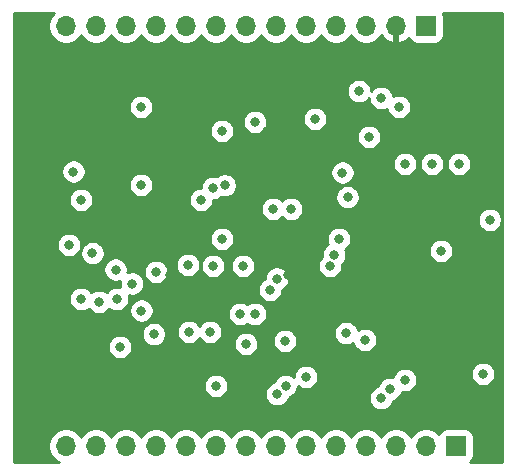
<source format=gbr>
%TF.GenerationSoftware,KiCad,Pcbnew,(5.1.10-1-10_14)*%
%TF.CreationDate,2021-12-17T22:03:29-05:00*%
%TF.ProjectId,Flags Register,466c6167-7320-4526-9567-69737465722e,rev?*%
%TF.SameCoordinates,Original*%
%TF.FileFunction,Copper,L3,Inr*%
%TF.FilePolarity,Positive*%
%FSLAX46Y46*%
G04 Gerber Fmt 4.6, Leading zero omitted, Abs format (unit mm)*
G04 Created by KiCad (PCBNEW (5.1.10-1-10_14)) date 2021-12-17 22:03:29*
%MOMM*%
%LPD*%
G01*
G04 APERTURE LIST*
%TA.AperFunction,ComponentPad*%
%ADD10O,1.700000X1.700000*%
%TD*%
%TA.AperFunction,ComponentPad*%
%ADD11R,1.700000X1.700000*%
%TD*%
%TA.AperFunction,ViaPad*%
%ADD12C,0.800000*%
%TD*%
%TA.AperFunction,Conductor*%
%ADD13C,0.254000*%
%TD*%
%TA.AperFunction,Conductor*%
%ADD14C,0.100000*%
%TD*%
G04 APERTURE END LIST*
D10*
%TO.N,~FLAG_OUT*%
%TO.C,J1*%
X53086000Y-84328000D03*
%TO.N,LOGICAL_CARRY_OUT*%
X55626000Y-84328000D03*
%TO.N,ARITHMETIC_CARRY_OUT*%
X58166000Y-84328000D03*
%TO.N,RESTORE_FLAGS*%
X60706000Y-84328000D03*
%TO.N,CLOCK*%
X63246000Y-84328000D03*
%TO.N,~LATCH_FLAGS*%
X65786000Y-84328000D03*
%TO.N,CF*%
X68326000Y-84328000D03*
%TO.N,SF*%
X70866000Y-84328000D03*
%TO.N,OF*%
X73406000Y-84328000D03*
%TO.N,ZF*%
X75946000Y-84328000D03*
%TO.N,RESET*%
X78486000Y-84328000D03*
%TO.N,VCC*%
X81026000Y-84328000D03*
D11*
%TO.N,GND*%
X83566000Y-84328000D03*
%TD*%
D10*
%TO.N,RES0*%
%TO.C,J2*%
X53086000Y-119888000D03*
%TO.N,RES1*%
X55626000Y-119888000D03*
%TO.N,RES2*%
X58166000Y-119888000D03*
%TO.N,RES3*%
X60706000Y-119888000D03*
%TO.N,RES4*%
X63246000Y-119888000D03*
%TO.N,RES5*%
X65786000Y-119888000D03*
%TO.N,RES6*%
X68326000Y-119888000D03*
%TO.N,RES7*%
X70866000Y-119888000D03*
%TO.N,A7*%
X73406000Y-119888000D03*
%TO.N,B7*%
X75946000Y-119888000D03*
%TO.N,BUS3*%
X78486000Y-119888000D03*
%TO.N,BUS2*%
X81026000Y-119888000D03*
%TO.N,BUS1*%
X83566000Y-119888000D03*
D11*
%TO.N,BUS0*%
X86106000Y-119888000D03*
%TD*%
D12*
%TO.N,GND*%
X84836000Y-103378000D03*
X76484000Y-96744000D03*
X59436000Y-97790000D03*
X54356000Y-99060000D03*
X53706000Y-96662000D03*
X57658000Y-111506000D03*
X68326000Y-111252000D03*
X78387750Y-110899750D03*
X76934000Y-98813488D03*
X71628000Y-110998000D03*
X63399000Y-104547000D03*
X66294000Y-102362000D03*
X88961990Y-100734500D03*
%TO.N,VCC*%
X88646000Y-108966000D03*
X80264000Y-103378000D03*
X70104000Y-93218000D03*
X59436000Y-93218000D03*
X52832000Y-93218000D03*
X71882000Y-105410000D03*
X51246010Y-105664000D03*
X61923392Y-105383427D03*
%TO.N,RESTORE_FLAGS*%
X60706000Y-105156000D03*
%TO.N,CLOCK*%
X76809000Y-110337000D03*
%TO.N,CF*%
X78740000Y-93726000D03*
%TO.N,SF*%
X86360000Y-96012000D03*
X77878490Y-89848155D03*
%TO.N,OF*%
X79756000Y-90424000D03*
X84074000Y-96012000D03*
%TO.N,ZF*%
X81280000Y-91186000D03*
X81788000Y-96012000D03*
%TO.N,RESET*%
X69088000Y-92456000D03*
%TO.N,RES4*%
X57404000Y-107442000D03*
%TO.N,RES5*%
X55880000Y-107696000D03*
X59461834Y-108432166D03*
%TO.N,RES6*%
X54356000Y-107442000D03*
X60514231Y-110422695D03*
%TO.N,RES7*%
X70358000Y-106680000D03*
X65278000Y-110236000D03*
X53340000Y-102870000D03*
%TO.N,A7*%
X70933305Y-105726231D03*
%TO.N,B7*%
X72136000Y-99822000D03*
%TO.N,BUS3*%
X67818000Y-108712000D03*
X70964995Y-115497041D03*
%TO.N,BUS2*%
X69088000Y-108712000D03*
X71672110Y-114789926D03*
X79771832Y-115839832D03*
%TO.N,BUS1*%
X80518000Y-115062000D03*
%TO.N,BUS0*%
X65786000Y-114808000D03*
X73406000Y-114046000D03*
X81788000Y-114300000D03*
%TO.N,MUX_OVERFLOW*%
X75438000Y-104648000D03*
X68072000Y-104648000D03*
%TO.N,MUX_ZERO*%
X65532000Y-104648000D03*
X75779616Y-103708147D03*
%TO.N,~FLAG_OUT*%
X59436000Y-91186000D03*
X74168000Y-92202000D03*
X88392000Y-113792000D03*
%TO.N,Net-(U35-Pad3)*%
X63500000Y-110236000D03*
X55320105Y-103570010D03*
%TO.N,Net-(U36-Pad10)*%
X58685899Y-106132230D03*
X57277760Y-104948703D03*
%TO.N,Net-(U37-Pad13)*%
X65532000Y-98044000D03*
X76200000Y-102362000D03*
%TO.N,Net-(U37-Pad12)*%
X66523500Y-97814500D03*
X70612000Y-99822000D03*
%TO.N,Net-(U37-Pad3)*%
X64516000Y-99060000D03*
X66294000Y-93218000D03*
%TD*%
D13*
%TO.N,VCC*%
X51932525Y-83381368D02*
X51770010Y-83624589D01*
X51658068Y-83894842D01*
X51601000Y-84181740D01*
X51601000Y-84474260D01*
X51658068Y-84761158D01*
X51770010Y-85031411D01*
X51932525Y-85274632D01*
X52139368Y-85481475D01*
X52382589Y-85643990D01*
X52652842Y-85755932D01*
X52939740Y-85813000D01*
X53232260Y-85813000D01*
X53519158Y-85755932D01*
X53789411Y-85643990D01*
X54032632Y-85481475D01*
X54239475Y-85274632D01*
X54356000Y-85100240D01*
X54472525Y-85274632D01*
X54679368Y-85481475D01*
X54922589Y-85643990D01*
X55192842Y-85755932D01*
X55479740Y-85813000D01*
X55772260Y-85813000D01*
X56059158Y-85755932D01*
X56329411Y-85643990D01*
X56572632Y-85481475D01*
X56779475Y-85274632D01*
X56896000Y-85100240D01*
X57012525Y-85274632D01*
X57219368Y-85481475D01*
X57462589Y-85643990D01*
X57732842Y-85755932D01*
X58019740Y-85813000D01*
X58312260Y-85813000D01*
X58599158Y-85755932D01*
X58869411Y-85643990D01*
X59112632Y-85481475D01*
X59319475Y-85274632D01*
X59436000Y-85100240D01*
X59552525Y-85274632D01*
X59759368Y-85481475D01*
X60002589Y-85643990D01*
X60272842Y-85755932D01*
X60559740Y-85813000D01*
X60852260Y-85813000D01*
X61139158Y-85755932D01*
X61409411Y-85643990D01*
X61652632Y-85481475D01*
X61859475Y-85274632D01*
X61976000Y-85100240D01*
X62092525Y-85274632D01*
X62299368Y-85481475D01*
X62542589Y-85643990D01*
X62812842Y-85755932D01*
X63099740Y-85813000D01*
X63392260Y-85813000D01*
X63679158Y-85755932D01*
X63949411Y-85643990D01*
X64192632Y-85481475D01*
X64399475Y-85274632D01*
X64516000Y-85100240D01*
X64632525Y-85274632D01*
X64839368Y-85481475D01*
X65082589Y-85643990D01*
X65352842Y-85755932D01*
X65639740Y-85813000D01*
X65932260Y-85813000D01*
X66219158Y-85755932D01*
X66489411Y-85643990D01*
X66732632Y-85481475D01*
X66939475Y-85274632D01*
X67056000Y-85100240D01*
X67172525Y-85274632D01*
X67379368Y-85481475D01*
X67622589Y-85643990D01*
X67892842Y-85755932D01*
X68179740Y-85813000D01*
X68472260Y-85813000D01*
X68759158Y-85755932D01*
X69029411Y-85643990D01*
X69272632Y-85481475D01*
X69479475Y-85274632D01*
X69596000Y-85100240D01*
X69712525Y-85274632D01*
X69919368Y-85481475D01*
X70162589Y-85643990D01*
X70432842Y-85755932D01*
X70719740Y-85813000D01*
X71012260Y-85813000D01*
X71299158Y-85755932D01*
X71569411Y-85643990D01*
X71812632Y-85481475D01*
X72019475Y-85274632D01*
X72136000Y-85100240D01*
X72252525Y-85274632D01*
X72459368Y-85481475D01*
X72702589Y-85643990D01*
X72972842Y-85755932D01*
X73259740Y-85813000D01*
X73552260Y-85813000D01*
X73839158Y-85755932D01*
X74109411Y-85643990D01*
X74352632Y-85481475D01*
X74559475Y-85274632D01*
X74676000Y-85100240D01*
X74792525Y-85274632D01*
X74999368Y-85481475D01*
X75242589Y-85643990D01*
X75512842Y-85755932D01*
X75799740Y-85813000D01*
X76092260Y-85813000D01*
X76379158Y-85755932D01*
X76649411Y-85643990D01*
X76892632Y-85481475D01*
X77099475Y-85274632D01*
X77216000Y-85100240D01*
X77332525Y-85274632D01*
X77539368Y-85481475D01*
X77782589Y-85643990D01*
X78052842Y-85755932D01*
X78339740Y-85813000D01*
X78632260Y-85813000D01*
X78919158Y-85755932D01*
X79189411Y-85643990D01*
X79432632Y-85481475D01*
X79639475Y-85274632D01*
X79761195Y-85092466D01*
X79830822Y-85209355D01*
X80025731Y-85425588D01*
X80259080Y-85599641D01*
X80521901Y-85724825D01*
X80669110Y-85769476D01*
X80899000Y-85648155D01*
X80899000Y-84455000D01*
X80879000Y-84455000D01*
X80879000Y-84201000D01*
X80899000Y-84201000D01*
X80899000Y-84181000D01*
X81153000Y-84181000D01*
X81153000Y-84201000D01*
X81173000Y-84201000D01*
X81173000Y-84455000D01*
X81153000Y-84455000D01*
X81153000Y-85648155D01*
X81382890Y-85769476D01*
X81530099Y-85724825D01*
X81792920Y-85599641D01*
X82026269Y-85425588D01*
X82102034Y-85341534D01*
X82126498Y-85422180D01*
X82185463Y-85532494D01*
X82264815Y-85629185D01*
X82361506Y-85708537D01*
X82471820Y-85767502D01*
X82591518Y-85803812D01*
X82716000Y-85816072D01*
X84416000Y-85816072D01*
X84540482Y-85803812D01*
X84660180Y-85767502D01*
X84770494Y-85708537D01*
X84867185Y-85629185D01*
X84946537Y-85532494D01*
X85005502Y-85422180D01*
X85041812Y-85302482D01*
X85054072Y-85178000D01*
X85054072Y-83478000D01*
X85041812Y-83353518D01*
X85005502Y-83233820D01*
X84992770Y-83210000D01*
X90018000Y-83210000D01*
X90018001Y-89883572D01*
X90018000Y-89883582D01*
X90018001Y-121260000D01*
X87320896Y-121260000D01*
X87407185Y-121189185D01*
X87486537Y-121092494D01*
X87545502Y-120982180D01*
X87581812Y-120862482D01*
X87594072Y-120738000D01*
X87594072Y-119038000D01*
X87581812Y-118913518D01*
X87545502Y-118793820D01*
X87486537Y-118683506D01*
X87407185Y-118586815D01*
X87310494Y-118507463D01*
X87200180Y-118448498D01*
X87080482Y-118412188D01*
X86956000Y-118399928D01*
X85256000Y-118399928D01*
X85131518Y-118412188D01*
X85011820Y-118448498D01*
X84901506Y-118507463D01*
X84804815Y-118586815D01*
X84725463Y-118683506D01*
X84666498Y-118793820D01*
X84644487Y-118866380D01*
X84512632Y-118734525D01*
X84269411Y-118572010D01*
X83999158Y-118460068D01*
X83712260Y-118403000D01*
X83419740Y-118403000D01*
X83132842Y-118460068D01*
X82862589Y-118572010D01*
X82619368Y-118734525D01*
X82412525Y-118941368D01*
X82296000Y-119115760D01*
X82179475Y-118941368D01*
X81972632Y-118734525D01*
X81729411Y-118572010D01*
X81459158Y-118460068D01*
X81172260Y-118403000D01*
X80879740Y-118403000D01*
X80592842Y-118460068D01*
X80322589Y-118572010D01*
X80079368Y-118734525D01*
X79872525Y-118941368D01*
X79756000Y-119115760D01*
X79639475Y-118941368D01*
X79432632Y-118734525D01*
X79189411Y-118572010D01*
X78919158Y-118460068D01*
X78632260Y-118403000D01*
X78339740Y-118403000D01*
X78052842Y-118460068D01*
X77782589Y-118572010D01*
X77539368Y-118734525D01*
X77332525Y-118941368D01*
X77216000Y-119115760D01*
X77099475Y-118941368D01*
X76892632Y-118734525D01*
X76649411Y-118572010D01*
X76379158Y-118460068D01*
X76092260Y-118403000D01*
X75799740Y-118403000D01*
X75512842Y-118460068D01*
X75242589Y-118572010D01*
X74999368Y-118734525D01*
X74792525Y-118941368D01*
X74676000Y-119115760D01*
X74559475Y-118941368D01*
X74352632Y-118734525D01*
X74109411Y-118572010D01*
X73839158Y-118460068D01*
X73552260Y-118403000D01*
X73259740Y-118403000D01*
X72972842Y-118460068D01*
X72702589Y-118572010D01*
X72459368Y-118734525D01*
X72252525Y-118941368D01*
X72136000Y-119115760D01*
X72019475Y-118941368D01*
X71812632Y-118734525D01*
X71569411Y-118572010D01*
X71299158Y-118460068D01*
X71012260Y-118403000D01*
X70719740Y-118403000D01*
X70432842Y-118460068D01*
X70162589Y-118572010D01*
X69919368Y-118734525D01*
X69712525Y-118941368D01*
X69596000Y-119115760D01*
X69479475Y-118941368D01*
X69272632Y-118734525D01*
X69029411Y-118572010D01*
X68759158Y-118460068D01*
X68472260Y-118403000D01*
X68179740Y-118403000D01*
X67892842Y-118460068D01*
X67622589Y-118572010D01*
X67379368Y-118734525D01*
X67172525Y-118941368D01*
X67056000Y-119115760D01*
X66939475Y-118941368D01*
X66732632Y-118734525D01*
X66489411Y-118572010D01*
X66219158Y-118460068D01*
X65932260Y-118403000D01*
X65639740Y-118403000D01*
X65352842Y-118460068D01*
X65082589Y-118572010D01*
X64839368Y-118734525D01*
X64632525Y-118941368D01*
X64516000Y-119115760D01*
X64399475Y-118941368D01*
X64192632Y-118734525D01*
X63949411Y-118572010D01*
X63679158Y-118460068D01*
X63392260Y-118403000D01*
X63099740Y-118403000D01*
X62812842Y-118460068D01*
X62542589Y-118572010D01*
X62299368Y-118734525D01*
X62092525Y-118941368D01*
X61976000Y-119115760D01*
X61859475Y-118941368D01*
X61652632Y-118734525D01*
X61409411Y-118572010D01*
X61139158Y-118460068D01*
X60852260Y-118403000D01*
X60559740Y-118403000D01*
X60272842Y-118460068D01*
X60002589Y-118572010D01*
X59759368Y-118734525D01*
X59552525Y-118941368D01*
X59436000Y-119115760D01*
X59319475Y-118941368D01*
X59112632Y-118734525D01*
X58869411Y-118572010D01*
X58599158Y-118460068D01*
X58312260Y-118403000D01*
X58019740Y-118403000D01*
X57732842Y-118460068D01*
X57462589Y-118572010D01*
X57219368Y-118734525D01*
X57012525Y-118941368D01*
X56896000Y-119115760D01*
X56779475Y-118941368D01*
X56572632Y-118734525D01*
X56329411Y-118572010D01*
X56059158Y-118460068D01*
X55772260Y-118403000D01*
X55479740Y-118403000D01*
X55192842Y-118460068D01*
X54922589Y-118572010D01*
X54679368Y-118734525D01*
X54472525Y-118941368D01*
X54356000Y-119115760D01*
X54239475Y-118941368D01*
X54032632Y-118734525D01*
X53789411Y-118572010D01*
X53519158Y-118460068D01*
X53232260Y-118403000D01*
X52939740Y-118403000D01*
X52652842Y-118460068D01*
X52382589Y-118572010D01*
X52139368Y-118734525D01*
X51932525Y-118941368D01*
X51770010Y-119184589D01*
X51658068Y-119454842D01*
X51601000Y-119741740D01*
X51601000Y-120034260D01*
X51658068Y-120321158D01*
X51770010Y-120591411D01*
X51932525Y-120834632D01*
X52139368Y-121041475D01*
X52382589Y-121203990D01*
X52517810Y-121260000D01*
X48666000Y-121260000D01*
X48666000Y-114706061D01*
X64751000Y-114706061D01*
X64751000Y-114909939D01*
X64790774Y-115109898D01*
X64868795Y-115298256D01*
X64982063Y-115467774D01*
X65126226Y-115611937D01*
X65295744Y-115725205D01*
X65484102Y-115803226D01*
X65684061Y-115843000D01*
X65887939Y-115843000D01*
X66087898Y-115803226D01*
X66276256Y-115725205D01*
X66445774Y-115611937D01*
X66589937Y-115467774D01*
X66638494Y-115395102D01*
X69929995Y-115395102D01*
X69929995Y-115598980D01*
X69969769Y-115798939D01*
X70047790Y-115987297D01*
X70161058Y-116156815D01*
X70305221Y-116300978D01*
X70474739Y-116414246D01*
X70663097Y-116492267D01*
X70863056Y-116532041D01*
X71066934Y-116532041D01*
X71266893Y-116492267D01*
X71455251Y-116414246D01*
X71624769Y-116300978D01*
X71768932Y-116156815D01*
X71882200Y-115987297D01*
X71960221Y-115798939D01*
X71962508Y-115787439D01*
X71974008Y-115785152D01*
X72088100Y-115737893D01*
X78736832Y-115737893D01*
X78736832Y-115941771D01*
X78776606Y-116141730D01*
X78854627Y-116330088D01*
X78967895Y-116499606D01*
X79112058Y-116643769D01*
X79281576Y-116757037D01*
X79469934Y-116835058D01*
X79669893Y-116874832D01*
X79873771Y-116874832D01*
X80073730Y-116835058D01*
X80262088Y-116757037D01*
X80431606Y-116643769D01*
X80575769Y-116499606D01*
X80689037Y-116330088D01*
X80767058Y-116141730D01*
X80782382Y-116064688D01*
X80819898Y-116057226D01*
X81008256Y-115979205D01*
X81177774Y-115865937D01*
X81321937Y-115721774D01*
X81435205Y-115552256D01*
X81513226Y-115363898D01*
X81525333Y-115303030D01*
X81686061Y-115335000D01*
X81889939Y-115335000D01*
X82089898Y-115295226D01*
X82278256Y-115217205D01*
X82447774Y-115103937D01*
X82591937Y-114959774D01*
X82705205Y-114790256D01*
X82783226Y-114601898D01*
X82823000Y-114401939D01*
X82823000Y-114198061D01*
X82783226Y-113998102D01*
X82705205Y-113809744D01*
X82625236Y-113690061D01*
X87357000Y-113690061D01*
X87357000Y-113893939D01*
X87396774Y-114093898D01*
X87474795Y-114282256D01*
X87588063Y-114451774D01*
X87732226Y-114595937D01*
X87901744Y-114709205D01*
X88090102Y-114787226D01*
X88290061Y-114827000D01*
X88493939Y-114827000D01*
X88693898Y-114787226D01*
X88882256Y-114709205D01*
X89051774Y-114595937D01*
X89195937Y-114451774D01*
X89309205Y-114282256D01*
X89387226Y-114093898D01*
X89427000Y-113893939D01*
X89427000Y-113690061D01*
X89387226Y-113490102D01*
X89309205Y-113301744D01*
X89195937Y-113132226D01*
X89051774Y-112988063D01*
X88882256Y-112874795D01*
X88693898Y-112796774D01*
X88493939Y-112757000D01*
X88290061Y-112757000D01*
X88090102Y-112796774D01*
X87901744Y-112874795D01*
X87732226Y-112988063D01*
X87588063Y-113132226D01*
X87474795Y-113301744D01*
X87396774Y-113490102D01*
X87357000Y-113690061D01*
X82625236Y-113690061D01*
X82591937Y-113640226D01*
X82447774Y-113496063D01*
X82278256Y-113382795D01*
X82089898Y-113304774D01*
X81889939Y-113265000D01*
X81686061Y-113265000D01*
X81486102Y-113304774D01*
X81297744Y-113382795D01*
X81128226Y-113496063D01*
X80984063Y-113640226D01*
X80870795Y-113809744D01*
X80792774Y-113998102D01*
X80780667Y-114058970D01*
X80619939Y-114027000D01*
X80416061Y-114027000D01*
X80216102Y-114066774D01*
X80027744Y-114144795D01*
X79858226Y-114258063D01*
X79714063Y-114402226D01*
X79600795Y-114571744D01*
X79522774Y-114760102D01*
X79507450Y-114837144D01*
X79469934Y-114844606D01*
X79281576Y-114922627D01*
X79112058Y-115035895D01*
X78967895Y-115180058D01*
X78854627Y-115349576D01*
X78776606Y-115537934D01*
X78736832Y-115737893D01*
X72088100Y-115737893D01*
X72162366Y-115707131D01*
X72331884Y-115593863D01*
X72476047Y-115449700D01*
X72589315Y-115280182D01*
X72667336Y-115091824D01*
X72707110Y-114891865D01*
X72707110Y-114810821D01*
X72746226Y-114849937D01*
X72915744Y-114963205D01*
X73104102Y-115041226D01*
X73304061Y-115081000D01*
X73507939Y-115081000D01*
X73707898Y-115041226D01*
X73896256Y-114963205D01*
X74065774Y-114849937D01*
X74209937Y-114705774D01*
X74323205Y-114536256D01*
X74401226Y-114347898D01*
X74441000Y-114147939D01*
X74441000Y-113944061D01*
X74401226Y-113744102D01*
X74323205Y-113555744D01*
X74209937Y-113386226D01*
X74065774Y-113242063D01*
X73896256Y-113128795D01*
X73707898Y-113050774D01*
X73507939Y-113011000D01*
X73304061Y-113011000D01*
X73104102Y-113050774D01*
X72915744Y-113128795D01*
X72746226Y-113242063D01*
X72602063Y-113386226D01*
X72488795Y-113555744D01*
X72410774Y-113744102D01*
X72371000Y-113944061D01*
X72371000Y-114025105D01*
X72331884Y-113985989D01*
X72162366Y-113872721D01*
X71974008Y-113794700D01*
X71774049Y-113754926D01*
X71570171Y-113754926D01*
X71370212Y-113794700D01*
X71181854Y-113872721D01*
X71012336Y-113985989D01*
X70868173Y-114130152D01*
X70754905Y-114299670D01*
X70676884Y-114488028D01*
X70674597Y-114499528D01*
X70663097Y-114501815D01*
X70474739Y-114579836D01*
X70305221Y-114693104D01*
X70161058Y-114837267D01*
X70047790Y-115006785D01*
X69969769Y-115195143D01*
X69929995Y-115395102D01*
X66638494Y-115395102D01*
X66703205Y-115298256D01*
X66781226Y-115109898D01*
X66821000Y-114909939D01*
X66821000Y-114706061D01*
X66781226Y-114506102D01*
X66703205Y-114317744D01*
X66589937Y-114148226D01*
X66445774Y-114004063D01*
X66276256Y-113890795D01*
X66087898Y-113812774D01*
X65887939Y-113773000D01*
X65684061Y-113773000D01*
X65484102Y-113812774D01*
X65295744Y-113890795D01*
X65126226Y-114004063D01*
X64982063Y-114148226D01*
X64868795Y-114317744D01*
X64790774Y-114506102D01*
X64751000Y-114706061D01*
X48666000Y-114706061D01*
X48666000Y-111404061D01*
X56623000Y-111404061D01*
X56623000Y-111607939D01*
X56662774Y-111807898D01*
X56740795Y-111996256D01*
X56854063Y-112165774D01*
X56998226Y-112309937D01*
X57167744Y-112423205D01*
X57356102Y-112501226D01*
X57556061Y-112541000D01*
X57759939Y-112541000D01*
X57959898Y-112501226D01*
X58148256Y-112423205D01*
X58317774Y-112309937D01*
X58461937Y-112165774D01*
X58575205Y-111996256D01*
X58653226Y-111807898D01*
X58693000Y-111607939D01*
X58693000Y-111404061D01*
X58653226Y-111204102D01*
X58575205Y-111015744D01*
X58461937Y-110846226D01*
X58317774Y-110702063D01*
X58148256Y-110588795D01*
X57959898Y-110510774D01*
X57759939Y-110471000D01*
X57556061Y-110471000D01*
X57356102Y-110510774D01*
X57167744Y-110588795D01*
X56998226Y-110702063D01*
X56854063Y-110846226D01*
X56740795Y-111015744D01*
X56662774Y-111204102D01*
X56623000Y-111404061D01*
X48666000Y-111404061D01*
X48666000Y-110320756D01*
X59479231Y-110320756D01*
X59479231Y-110524634D01*
X59519005Y-110724593D01*
X59597026Y-110912951D01*
X59710294Y-111082469D01*
X59854457Y-111226632D01*
X60023975Y-111339900D01*
X60212333Y-111417921D01*
X60412292Y-111457695D01*
X60616170Y-111457695D01*
X60816129Y-111417921D01*
X61004487Y-111339900D01*
X61174005Y-111226632D01*
X61318168Y-111082469D01*
X61431436Y-110912951D01*
X61509457Y-110724593D01*
X61549231Y-110524634D01*
X61549231Y-110320756D01*
X61512096Y-110134061D01*
X62465000Y-110134061D01*
X62465000Y-110337939D01*
X62504774Y-110537898D01*
X62582795Y-110726256D01*
X62696063Y-110895774D01*
X62840226Y-111039937D01*
X63009744Y-111153205D01*
X63198102Y-111231226D01*
X63398061Y-111271000D01*
X63601939Y-111271000D01*
X63801898Y-111231226D01*
X63990256Y-111153205D01*
X64159774Y-111039937D01*
X64303937Y-110895774D01*
X64389000Y-110768468D01*
X64474063Y-110895774D01*
X64618226Y-111039937D01*
X64787744Y-111153205D01*
X64976102Y-111231226D01*
X65176061Y-111271000D01*
X65379939Y-111271000D01*
X65579898Y-111231226D01*
X65768256Y-111153205D01*
X65772961Y-111150061D01*
X67291000Y-111150061D01*
X67291000Y-111353939D01*
X67330774Y-111553898D01*
X67408795Y-111742256D01*
X67522063Y-111911774D01*
X67666226Y-112055937D01*
X67835744Y-112169205D01*
X68024102Y-112247226D01*
X68224061Y-112287000D01*
X68427939Y-112287000D01*
X68627898Y-112247226D01*
X68816256Y-112169205D01*
X68985774Y-112055937D01*
X69129937Y-111911774D01*
X69243205Y-111742256D01*
X69321226Y-111553898D01*
X69361000Y-111353939D01*
X69361000Y-111150061D01*
X69321226Y-110950102D01*
X69298842Y-110896061D01*
X70593000Y-110896061D01*
X70593000Y-111099939D01*
X70632774Y-111299898D01*
X70710795Y-111488256D01*
X70824063Y-111657774D01*
X70968226Y-111801937D01*
X71137744Y-111915205D01*
X71326102Y-111993226D01*
X71526061Y-112033000D01*
X71729939Y-112033000D01*
X71929898Y-111993226D01*
X72118256Y-111915205D01*
X72287774Y-111801937D01*
X72431937Y-111657774D01*
X72545205Y-111488256D01*
X72623226Y-111299898D01*
X72663000Y-111099939D01*
X72663000Y-110896061D01*
X72623226Y-110696102D01*
X72545205Y-110507744D01*
X72431937Y-110338226D01*
X72328772Y-110235061D01*
X75774000Y-110235061D01*
X75774000Y-110438939D01*
X75813774Y-110638898D01*
X75891795Y-110827256D01*
X76005063Y-110996774D01*
X76149226Y-111140937D01*
X76318744Y-111254205D01*
X76507102Y-111332226D01*
X76707061Y-111372000D01*
X76910939Y-111372000D01*
X77110898Y-111332226D01*
X77299256Y-111254205D01*
X77390810Y-111193031D01*
X77392524Y-111201648D01*
X77470545Y-111390006D01*
X77583813Y-111559524D01*
X77727976Y-111703687D01*
X77897494Y-111816955D01*
X78085852Y-111894976D01*
X78285811Y-111934750D01*
X78489689Y-111934750D01*
X78689648Y-111894976D01*
X78878006Y-111816955D01*
X79047524Y-111703687D01*
X79191687Y-111559524D01*
X79304955Y-111390006D01*
X79382976Y-111201648D01*
X79422750Y-111001689D01*
X79422750Y-110797811D01*
X79382976Y-110597852D01*
X79304955Y-110409494D01*
X79191687Y-110239976D01*
X79047524Y-110095813D01*
X78878006Y-109982545D01*
X78689648Y-109904524D01*
X78489689Y-109864750D01*
X78285811Y-109864750D01*
X78085852Y-109904524D01*
X77897494Y-109982545D01*
X77805940Y-110043719D01*
X77804226Y-110035102D01*
X77726205Y-109846744D01*
X77612937Y-109677226D01*
X77468774Y-109533063D01*
X77299256Y-109419795D01*
X77110898Y-109341774D01*
X76910939Y-109302000D01*
X76707061Y-109302000D01*
X76507102Y-109341774D01*
X76318744Y-109419795D01*
X76149226Y-109533063D01*
X76005063Y-109677226D01*
X75891795Y-109846744D01*
X75813774Y-110035102D01*
X75774000Y-110235061D01*
X72328772Y-110235061D01*
X72287774Y-110194063D01*
X72118256Y-110080795D01*
X71929898Y-110002774D01*
X71729939Y-109963000D01*
X71526061Y-109963000D01*
X71326102Y-110002774D01*
X71137744Y-110080795D01*
X70968226Y-110194063D01*
X70824063Y-110338226D01*
X70710795Y-110507744D01*
X70632774Y-110696102D01*
X70593000Y-110896061D01*
X69298842Y-110896061D01*
X69243205Y-110761744D01*
X69129937Y-110592226D01*
X68985774Y-110448063D01*
X68816256Y-110334795D01*
X68627898Y-110256774D01*
X68427939Y-110217000D01*
X68224061Y-110217000D01*
X68024102Y-110256774D01*
X67835744Y-110334795D01*
X67666226Y-110448063D01*
X67522063Y-110592226D01*
X67408795Y-110761744D01*
X67330774Y-110950102D01*
X67291000Y-111150061D01*
X65772961Y-111150061D01*
X65937774Y-111039937D01*
X66081937Y-110895774D01*
X66195205Y-110726256D01*
X66273226Y-110537898D01*
X66313000Y-110337939D01*
X66313000Y-110134061D01*
X66273226Y-109934102D01*
X66195205Y-109745744D01*
X66081937Y-109576226D01*
X65937774Y-109432063D01*
X65768256Y-109318795D01*
X65579898Y-109240774D01*
X65379939Y-109201000D01*
X65176061Y-109201000D01*
X64976102Y-109240774D01*
X64787744Y-109318795D01*
X64618226Y-109432063D01*
X64474063Y-109576226D01*
X64389000Y-109703532D01*
X64303937Y-109576226D01*
X64159774Y-109432063D01*
X63990256Y-109318795D01*
X63801898Y-109240774D01*
X63601939Y-109201000D01*
X63398061Y-109201000D01*
X63198102Y-109240774D01*
X63009744Y-109318795D01*
X62840226Y-109432063D01*
X62696063Y-109576226D01*
X62582795Y-109745744D01*
X62504774Y-109934102D01*
X62465000Y-110134061D01*
X61512096Y-110134061D01*
X61509457Y-110120797D01*
X61431436Y-109932439D01*
X61318168Y-109762921D01*
X61174005Y-109618758D01*
X61004487Y-109505490D01*
X60816129Y-109427469D01*
X60616170Y-109387695D01*
X60412292Y-109387695D01*
X60212333Y-109427469D01*
X60023975Y-109505490D01*
X59854457Y-109618758D01*
X59710294Y-109762921D01*
X59597026Y-109932439D01*
X59519005Y-110120797D01*
X59479231Y-110320756D01*
X48666000Y-110320756D01*
X48666000Y-107340061D01*
X53321000Y-107340061D01*
X53321000Y-107543939D01*
X53360774Y-107743898D01*
X53438795Y-107932256D01*
X53552063Y-108101774D01*
X53696226Y-108245937D01*
X53865744Y-108359205D01*
X54054102Y-108437226D01*
X54254061Y-108477000D01*
X54457939Y-108477000D01*
X54657898Y-108437226D01*
X54846256Y-108359205D01*
X55006716Y-108251989D01*
X55076063Y-108355774D01*
X55220226Y-108499937D01*
X55389744Y-108613205D01*
X55578102Y-108691226D01*
X55778061Y-108731000D01*
X55981939Y-108731000D01*
X56181898Y-108691226D01*
X56370256Y-108613205D01*
X56539774Y-108499937D01*
X56683937Y-108355774D01*
X56753284Y-108251989D01*
X56913744Y-108359205D01*
X57102102Y-108437226D01*
X57302061Y-108477000D01*
X57505939Y-108477000D01*
X57705898Y-108437226D01*
X57894256Y-108359205D01*
X57937624Y-108330227D01*
X58426834Y-108330227D01*
X58426834Y-108534105D01*
X58466608Y-108734064D01*
X58544629Y-108922422D01*
X58657897Y-109091940D01*
X58802060Y-109236103D01*
X58971578Y-109349371D01*
X59159936Y-109427392D01*
X59359895Y-109467166D01*
X59563773Y-109467166D01*
X59763732Y-109427392D01*
X59952090Y-109349371D01*
X60121608Y-109236103D01*
X60265771Y-109091940D01*
X60379039Y-108922422D01*
X60457060Y-108734064D01*
X60481725Y-108610061D01*
X66783000Y-108610061D01*
X66783000Y-108813939D01*
X66822774Y-109013898D01*
X66900795Y-109202256D01*
X67014063Y-109371774D01*
X67158226Y-109515937D01*
X67327744Y-109629205D01*
X67516102Y-109707226D01*
X67716061Y-109747000D01*
X67919939Y-109747000D01*
X68119898Y-109707226D01*
X68308256Y-109629205D01*
X68453000Y-109532490D01*
X68597744Y-109629205D01*
X68786102Y-109707226D01*
X68986061Y-109747000D01*
X69189939Y-109747000D01*
X69389898Y-109707226D01*
X69578256Y-109629205D01*
X69747774Y-109515937D01*
X69891937Y-109371774D01*
X70005205Y-109202256D01*
X70083226Y-109013898D01*
X70123000Y-108813939D01*
X70123000Y-108610061D01*
X70083226Y-108410102D01*
X70005205Y-108221744D01*
X69891937Y-108052226D01*
X69747774Y-107908063D01*
X69578256Y-107794795D01*
X69389898Y-107716774D01*
X69189939Y-107677000D01*
X68986061Y-107677000D01*
X68786102Y-107716774D01*
X68597744Y-107794795D01*
X68453000Y-107891510D01*
X68308256Y-107794795D01*
X68119898Y-107716774D01*
X67919939Y-107677000D01*
X67716061Y-107677000D01*
X67516102Y-107716774D01*
X67327744Y-107794795D01*
X67158226Y-107908063D01*
X67014063Y-108052226D01*
X66900795Y-108221744D01*
X66822774Y-108410102D01*
X66783000Y-108610061D01*
X60481725Y-108610061D01*
X60496834Y-108534105D01*
X60496834Y-108330227D01*
X60457060Y-108130268D01*
X60379039Y-107941910D01*
X60265771Y-107772392D01*
X60121608Y-107628229D01*
X59952090Y-107514961D01*
X59763732Y-107436940D01*
X59563773Y-107397166D01*
X59359895Y-107397166D01*
X59159936Y-107436940D01*
X58971578Y-107514961D01*
X58802060Y-107628229D01*
X58657897Y-107772392D01*
X58544629Y-107941910D01*
X58466608Y-108130268D01*
X58426834Y-108330227D01*
X57937624Y-108330227D01*
X58063774Y-108245937D01*
X58207937Y-108101774D01*
X58321205Y-107932256D01*
X58399226Y-107743898D01*
X58439000Y-107543939D01*
X58439000Y-107340061D01*
X58399226Y-107140102D01*
X58394885Y-107129621D01*
X58583960Y-107167230D01*
X58787838Y-107167230D01*
X58987797Y-107127456D01*
X59176155Y-107049435D01*
X59345673Y-106936167D01*
X59489836Y-106792004D01*
X59603104Y-106622486D01*
X59621505Y-106578061D01*
X69323000Y-106578061D01*
X69323000Y-106781939D01*
X69362774Y-106981898D01*
X69440795Y-107170256D01*
X69554063Y-107339774D01*
X69698226Y-107483937D01*
X69867744Y-107597205D01*
X70056102Y-107675226D01*
X70256061Y-107715000D01*
X70459939Y-107715000D01*
X70659898Y-107675226D01*
X70848256Y-107597205D01*
X71017774Y-107483937D01*
X71161937Y-107339774D01*
X71275205Y-107170256D01*
X71353226Y-106981898D01*
X71393000Y-106781939D01*
X71393000Y-106656095D01*
X71423561Y-106643436D01*
X71593079Y-106530168D01*
X71737242Y-106386005D01*
X71850510Y-106216487D01*
X71928531Y-106028129D01*
X71968305Y-105828170D01*
X71968305Y-105624292D01*
X71928531Y-105424333D01*
X71850510Y-105235975D01*
X71737242Y-105066457D01*
X71593079Y-104922294D01*
X71423561Y-104809026D01*
X71235203Y-104731005D01*
X71035244Y-104691231D01*
X70831366Y-104691231D01*
X70631407Y-104731005D01*
X70443049Y-104809026D01*
X70273531Y-104922294D01*
X70129368Y-105066457D01*
X70016100Y-105235975D01*
X69938079Y-105424333D01*
X69898305Y-105624292D01*
X69898305Y-105750136D01*
X69867744Y-105762795D01*
X69698226Y-105876063D01*
X69554063Y-106020226D01*
X69440795Y-106189744D01*
X69362774Y-106378102D01*
X69323000Y-106578061D01*
X59621505Y-106578061D01*
X59681125Y-106434128D01*
X59720899Y-106234169D01*
X59720899Y-106030291D01*
X59681125Y-105830332D01*
X59603104Y-105641974D01*
X59489836Y-105472456D01*
X59345673Y-105328293D01*
X59176155Y-105215025D01*
X58987797Y-105137004D01*
X58787838Y-105097230D01*
X58583960Y-105097230D01*
X58384001Y-105137004D01*
X58287642Y-105176917D01*
X58312079Y-105054061D01*
X59671000Y-105054061D01*
X59671000Y-105257939D01*
X59710774Y-105457898D01*
X59788795Y-105646256D01*
X59902063Y-105815774D01*
X60046226Y-105959937D01*
X60215744Y-106073205D01*
X60404102Y-106151226D01*
X60604061Y-106191000D01*
X60807939Y-106191000D01*
X61007898Y-106151226D01*
X61196256Y-106073205D01*
X61365774Y-105959937D01*
X61509937Y-105815774D01*
X61623205Y-105646256D01*
X61701226Y-105457898D01*
X61741000Y-105257939D01*
X61741000Y-105054061D01*
X61701226Y-104854102D01*
X61623205Y-104665744D01*
X61509937Y-104496226D01*
X61458772Y-104445061D01*
X62364000Y-104445061D01*
X62364000Y-104648939D01*
X62403774Y-104848898D01*
X62481795Y-105037256D01*
X62595063Y-105206774D01*
X62739226Y-105350937D01*
X62908744Y-105464205D01*
X63097102Y-105542226D01*
X63297061Y-105582000D01*
X63500939Y-105582000D01*
X63700898Y-105542226D01*
X63889256Y-105464205D01*
X64058774Y-105350937D01*
X64202937Y-105206774D01*
X64316205Y-105037256D01*
X64394226Y-104848898D01*
X64434000Y-104648939D01*
X64434000Y-104546061D01*
X64497000Y-104546061D01*
X64497000Y-104749939D01*
X64536774Y-104949898D01*
X64614795Y-105138256D01*
X64728063Y-105307774D01*
X64872226Y-105451937D01*
X65041744Y-105565205D01*
X65230102Y-105643226D01*
X65430061Y-105683000D01*
X65633939Y-105683000D01*
X65833898Y-105643226D01*
X66022256Y-105565205D01*
X66191774Y-105451937D01*
X66335937Y-105307774D01*
X66449205Y-105138256D01*
X66527226Y-104949898D01*
X66567000Y-104749939D01*
X66567000Y-104546061D01*
X67037000Y-104546061D01*
X67037000Y-104749939D01*
X67076774Y-104949898D01*
X67154795Y-105138256D01*
X67268063Y-105307774D01*
X67412226Y-105451937D01*
X67581744Y-105565205D01*
X67770102Y-105643226D01*
X67970061Y-105683000D01*
X68173939Y-105683000D01*
X68373898Y-105643226D01*
X68562256Y-105565205D01*
X68731774Y-105451937D01*
X68875937Y-105307774D01*
X68989205Y-105138256D01*
X69067226Y-104949898D01*
X69107000Y-104749939D01*
X69107000Y-104546061D01*
X74403000Y-104546061D01*
X74403000Y-104749939D01*
X74442774Y-104949898D01*
X74520795Y-105138256D01*
X74634063Y-105307774D01*
X74778226Y-105451937D01*
X74947744Y-105565205D01*
X75136102Y-105643226D01*
X75336061Y-105683000D01*
X75539939Y-105683000D01*
X75739898Y-105643226D01*
X75928256Y-105565205D01*
X76097774Y-105451937D01*
X76241937Y-105307774D01*
X76355205Y-105138256D01*
X76433226Y-104949898D01*
X76473000Y-104749939D01*
X76473000Y-104546061D01*
X76461787Y-104489687D01*
X76583553Y-104367921D01*
X76696821Y-104198403D01*
X76774842Y-104010045D01*
X76814616Y-103810086D01*
X76814616Y-103606208D01*
X76774842Y-103406249D01*
X76720917Y-103276061D01*
X83801000Y-103276061D01*
X83801000Y-103479939D01*
X83840774Y-103679898D01*
X83918795Y-103868256D01*
X84032063Y-104037774D01*
X84176226Y-104181937D01*
X84345744Y-104295205D01*
X84534102Y-104373226D01*
X84734061Y-104413000D01*
X84937939Y-104413000D01*
X85137898Y-104373226D01*
X85326256Y-104295205D01*
X85495774Y-104181937D01*
X85639937Y-104037774D01*
X85753205Y-103868256D01*
X85831226Y-103679898D01*
X85871000Y-103479939D01*
X85871000Y-103276061D01*
X85831226Y-103076102D01*
X85753205Y-102887744D01*
X85639937Y-102718226D01*
X85495774Y-102574063D01*
X85326256Y-102460795D01*
X85137898Y-102382774D01*
X84937939Y-102343000D01*
X84734061Y-102343000D01*
X84534102Y-102382774D01*
X84345744Y-102460795D01*
X84176226Y-102574063D01*
X84032063Y-102718226D01*
X83918795Y-102887744D01*
X83840774Y-103076102D01*
X83801000Y-103276061D01*
X76720917Y-103276061D01*
X76715290Y-103262478D01*
X76859774Y-103165937D01*
X77003937Y-103021774D01*
X77117205Y-102852256D01*
X77195226Y-102663898D01*
X77235000Y-102463939D01*
X77235000Y-102260061D01*
X77195226Y-102060102D01*
X77117205Y-101871744D01*
X77003937Y-101702226D01*
X76859774Y-101558063D01*
X76690256Y-101444795D01*
X76501898Y-101366774D01*
X76301939Y-101327000D01*
X76098061Y-101327000D01*
X75898102Y-101366774D01*
X75709744Y-101444795D01*
X75540226Y-101558063D01*
X75396063Y-101702226D01*
X75282795Y-101871744D01*
X75204774Y-102060102D01*
X75165000Y-102260061D01*
X75165000Y-102463939D01*
X75204774Y-102663898D01*
X75264326Y-102807669D01*
X75119842Y-102904210D01*
X74975679Y-103048373D01*
X74862411Y-103217891D01*
X74784390Y-103406249D01*
X74744616Y-103606208D01*
X74744616Y-103810086D01*
X74755829Y-103866460D01*
X74634063Y-103988226D01*
X74520795Y-104157744D01*
X74442774Y-104346102D01*
X74403000Y-104546061D01*
X69107000Y-104546061D01*
X69067226Y-104346102D01*
X68989205Y-104157744D01*
X68875937Y-103988226D01*
X68731774Y-103844063D01*
X68562256Y-103730795D01*
X68373898Y-103652774D01*
X68173939Y-103613000D01*
X67970061Y-103613000D01*
X67770102Y-103652774D01*
X67581744Y-103730795D01*
X67412226Y-103844063D01*
X67268063Y-103988226D01*
X67154795Y-104157744D01*
X67076774Y-104346102D01*
X67037000Y-104546061D01*
X66567000Y-104546061D01*
X66527226Y-104346102D01*
X66449205Y-104157744D01*
X66335937Y-103988226D01*
X66191774Y-103844063D01*
X66022256Y-103730795D01*
X65833898Y-103652774D01*
X65633939Y-103613000D01*
X65430061Y-103613000D01*
X65230102Y-103652774D01*
X65041744Y-103730795D01*
X64872226Y-103844063D01*
X64728063Y-103988226D01*
X64614795Y-104157744D01*
X64536774Y-104346102D01*
X64497000Y-104546061D01*
X64434000Y-104546061D01*
X64434000Y-104445061D01*
X64394226Y-104245102D01*
X64316205Y-104056744D01*
X64202937Y-103887226D01*
X64058774Y-103743063D01*
X63889256Y-103629795D01*
X63700898Y-103551774D01*
X63500939Y-103512000D01*
X63297061Y-103512000D01*
X63097102Y-103551774D01*
X62908744Y-103629795D01*
X62739226Y-103743063D01*
X62595063Y-103887226D01*
X62481795Y-104056744D01*
X62403774Y-104245102D01*
X62364000Y-104445061D01*
X61458772Y-104445061D01*
X61365774Y-104352063D01*
X61196256Y-104238795D01*
X61007898Y-104160774D01*
X60807939Y-104121000D01*
X60604061Y-104121000D01*
X60404102Y-104160774D01*
X60215744Y-104238795D01*
X60046226Y-104352063D01*
X59902063Y-104496226D01*
X59788795Y-104665744D01*
X59710774Y-104854102D01*
X59671000Y-105054061D01*
X58312079Y-105054061D01*
X58312760Y-105050642D01*
X58312760Y-104846764D01*
X58272986Y-104646805D01*
X58194965Y-104458447D01*
X58081697Y-104288929D01*
X57937534Y-104144766D01*
X57768016Y-104031498D01*
X57579658Y-103953477D01*
X57379699Y-103913703D01*
X57175821Y-103913703D01*
X56975862Y-103953477D01*
X56787504Y-104031498D01*
X56617986Y-104144766D01*
X56473823Y-104288929D01*
X56360555Y-104458447D01*
X56282534Y-104646805D01*
X56242760Y-104846764D01*
X56242760Y-105050642D01*
X56282534Y-105250601D01*
X56360555Y-105438959D01*
X56473823Y-105608477D01*
X56617986Y-105752640D01*
X56787504Y-105865908D01*
X56975862Y-105943929D01*
X57175821Y-105983703D01*
X57379699Y-105983703D01*
X57579658Y-105943929D01*
X57676017Y-105904016D01*
X57650899Y-106030291D01*
X57650899Y-106234169D01*
X57690673Y-106434128D01*
X57695014Y-106444609D01*
X57505939Y-106407000D01*
X57302061Y-106407000D01*
X57102102Y-106446774D01*
X56913744Y-106524795D01*
X56744226Y-106638063D01*
X56600063Y-106782226D01*
X56530716Y-106886011D01*
X56370256Y-106778795D01*
X56181898Y-106700774D01*
X55981939Y-106661000D01*
X55778061Y-106661000D01*
X55578102Y-106700774D01*
X55389744Y-106778795D01*
X55229284Y-106886011D01*
X55159937Y-106782226D01*
X55015774Y-106638063D01*
X54846256Y-106524795D01*
X54657898Y-106446774D01*
X54457939Y-106407000D01*
X54254061Y-106407000D01*
X54054102Y-106446774D01*
X53865744Y-106524795D01*
X53696226Y-106638063D01*
X53552063Y-106782226D01*
X53438795Y-106951744D01*
X53360774Y-107140102D01*
X53321000Y-107340061D01*
X48666000Y-107340061D01*
X48666000Y-102768061D01*
X52305000Y-102768061D01*
X52305000Y-102971939D01*
X52344774Y-103171898D01*
X52422795Y-103360256D01*
X52536063Y-103529774D01*
X52680226Y-103673937D01*
X52849744Y-103787205D01*
X53038102Y-103865226D01*
X53238061Y-103905000D01*
X53441939Y-103905000D01*
X53641898Y-103865226D01*
X53830256Y-103787205D01*
X53999774Y-103673937D01*
X54143937Y-103529774D01*
X54185165Y-103468071D01*
X54285105Y-103468071D01*
X54285105Y-103671949D01*
X54324879Y-103871908D01*
X54402900Y-104060266D01*
X54516168Y-104229784D01*
X54660331Y-104373947D01*
X54829849Y-104487215D01*
X55018207Y-104565236D01*
X55218166Y-104605010D01*
X55422044Y-104605010D01*
X55622003Y-104565236D01*
X55810361Y-104487215D01*
X55979879Y-104373947D01*
X56124042Y-104229784D01*
X56237310Y-104060266D01*
X56315331Y-103871908D01*
X56355105Y-103671949D01*
X56355105Y-103468071D01*
X56315331Y-103268112D01*
X56237310Y-103079754D01*
X56124042Y-102910236D01*
X55979879Y-102766073D01*
X55810361Y-102652805D01*
X55622003Y-102574784D01*
X55422044Y-102535010D01*
X55218166Y-102535010D01*
X55018207Y-102574784D01*
X54829849Y-102652805D01*
X54660331Y-102766073D01*
X54516168Y-102910236D01*
X54402900Y-103079754D01*
X54324879Y-103268112D01*
X54285105Y-103468071D01*
X54185165Y-103468071D01*
X54257205Y-103360256D01*
X54335226Y-103171898D01*
X54375000Y-102971939D01*
X54375000Y-102768061D01*
X54335226Y-102568102D01*
X54257205Y-102379744D01*
X54177236Y-102260061D01*
X65259000Y-102260061D01*
X65259000Y-102463939D01*
X65298774Y-102663898D01*
X65376795Y-102852256D01*
X65490063Y-103021774D01*
X65634226Y-103165937D01*
X65803744Y-103279205D01*
X65992102Y-103357226D01*
X66192061Y-103397000D01*
X66395939Y-103397000D01*
X66595898Y-103357226D01*
X66784256Y-103279205D01*
X66953774Y-103165937D01*
X67097937Y-103021774D01*
X67211205Y-102852256D01*
X67289226Y-102663898D01*
X67329000Y-102463939D01*
X67329000Y-102260061D01*
X67289226Y-102060102D01*
X67211205Y-101871744D01*
X67097937Y-101702226D01*
X66953774Y-101558063D01*
X66784256Y-101444795D01*
X66595898Y-101366774D01*
X66395939Y-101327000D01*
X66192061Y-101327000D01*
X65992102Y-101366774D01*
X65803744Y-101444795D01*
X65634226Y-101558063D01*
X65490063Y-101702226D01*
X65376795Y-101871744D01*
X65298774Y-102060102D01*
X65259000Y-102260061D01*
X54177236Y-102260061D01*
X54143937Y-102210226D01*
X53999774Y-102066063D01*
X53830256Y-101952795D01*
X53641898Y-101874774D01*
X53441939Y-101835000D01*
X53238061Y-101835000D01*
X53038102Y-101874774D01*
X52849744Y-101952795D01*
X52680226Y-102066063D01*
X52536063Y-102210226D01*
X52422795Y-102379744D01*
X52344774Y-102568102D01*
X52305000Y-102768061D01*
X48666000Y-102768061D01*
X48666000Y-98958061D01*
X53321000Y-98958061D01*
X53321000Y-99161939D01*
X53360774Y-99361898D01*
X53438795Y-99550256D01*
X53552063Y-99719774D01*
X53696226Y-99863937D01*
X53865744Y-99977205D01*
X54054102Y-100055226D01*
X54254061Y-100095000D01*
X54457939Y-100095000D01*
X54657898Y-100055226D01*
X54846256Y-99977205D01*
X55015774Y-99863937D01*
X55159937Y-99719774D01*
X55273205Y-99550256D01*
X55351226Y-99361898D01*
X55391000Y-99161939D01*
X55391000Y-98958061D01*
X63481000Y-98958061D01*
X63481000Y-99161939D01*
X63520774Y-99361898D01*
X63598795Y-99550256D01*
X63712063Y-99719774D01*
X63856226Y-99863937D01*
X64025744Y-99977205D01*
X64214102Y-100055226D01*
X64414061Y-100095000D01*
X64617939Y-100095000D01*
X64817898Y-100055226D01*
X65006256Y-99977205D01*
X65175774Y-99863937D01*
X65319650Y-99720061D01*
X69577000Y-99720061D01*
X69577000Y-99923939D01*
X69616774Y-100123898D01*
X69694795Y-100312256D01*
X69808063Y-100481774D01*
X69952226Y-100625937D01*
X70121744Y-100739205D01*
X70310102Y-100817226D01*
X70510061Y-100857000D01*
X70713939Y-100857000D01*
X70913898Y-100817226D01*
X71102256Y-100739205D01*
X71271774Y-100625937D01*
X71374000Y-100523711D01*
X71476226Y-100625937D01*
X71645744Y-100739205D01*
X71834102Y-100817226D01*
X72034061Y-100857000D01*
X72237939Y-100857000D01*
X72437898Y-100817226D01*
X72626256Y-100739205D01*
X72785860Y-100632561D01*
X87926990Y-100632561D01*
X87926990Y-100836439D01*
X87966764Y-101036398D01*
X88044785Y-101224756D01*
X88158053Y-101394274D01*
X88302216Y-101538437D01*
X88471734Y-101651705D01*
X88660092Y-101729726D01*
X88860051Y-101769500D01*
X89063929Y-101769500D01*
X89263888Y-101729726D01*
X89452246Y-101651705D01*
X89621764Y-101538437D01*
X89765927Y-101394274D01*
X89879195Y-101224756D01*
X89957216Y-101036398D01*
X89996990Y-100836439D01*
X89996990Y-100632561D01*
X89957216Y-100432602D01*
X89879195Y-100244244D01*
X89765927Y-100074726D01*
X89621764Y-99930563D01*
X89452246Y-99817295D01*
X89263888Y-99739274D01*
X89063929Y-99699500D01*
X88860051Y-99699500D01*
X88660092Y-99739274D01*
X88471734Y-99817295D01*
X88302216Y-99930563D01*
X88158053Y-100074726D01*
X88044785Y-100244244D01*
X87966764Y-100432602D01*
X87926990Y-100632561D01*
X72785860Y-100632561D01*
X72795774Y-100625937D01*
X72939937Y-100481774D01*
X73053205Y-100312256D01*
X73131226Y-100123898D01*
X73171000Y-99923939D01*
X73171000Y-99720061D01*
X73131226Y-99520102D01*
X73053205Y-99331744D01*
X72939937Y-99162226D01*
X72795774Y-99018063D01*
X72626256Y-98904795D01*
X72437898Y-98826774D01*
X72237939Y-98787000D01*
X72034061Y-98787000D01*
X71834102Y-98826774D01*
X71645744Y-98904795D01*
X71476226Y-99018063D01*
X71374000Y-99120289D01*
X71271774Y-99018063D01*
X71102256Y-98904795D01*
X70913898Y-98826774D01*
X70713939Y-98787000D01*
X70510061Y-98787000D01*
X70310102Y-98826774D01*
X70121744Y-98904795D01*
X69952226Y-99018063D01*
X69808063Y-99162226D01*
X69694795Y-99331744D01*
X69616774Y-99520102D01*
X69577000Y-99720061D01*
X65319650Y-99720061D01*
X65319937Y-99719774D01*
X65433205Y-99550256D01*
X65511226Y-99361898D01*
X65551000Y-99161939D01*
X65551000Y-99079000D01*
X65633939Y-99079000D01*
X65833898Y-99039226D01*
X66022256Y-98961205D01*
X66191774Y-98847937D01*
X66228594Y-98811117D01*
X66421561Y-98849500D01*
X66625439Y-98849500D01*
X66825398Y-98809726D01*
X67013756Y-98731705D01*
X67043921Y-98711549D01*
X75899000Y-98711549D01*
X75899000Y-98915427D01*
X75938774Y-99115386D01*
X76016795Y-99303744D01*
X76130063Y-99473262D01*
X76274226Y-99617425D01*
X76443744Y-99730693D01*
X76632102Y-99808714D01*
X76832061Y-99848488D01*
X77035939Y-99848488D01*
X77235898Y-99808714D01*
X77424256Y-99730693D01*
X77593774Y-99617425D01*
X77737937Y-99473262D01*
X77851205Y-99303744D01*
X77929226Y-99115386D01*
X77969000Y-98915427D01*
X77969000Y-98711549D01*
X77929226Y-98511590D01*
X77851205Y-98323232D01*
X77737937Y-98153714D01*
X77593774Y-98009551D01*
X77424256Y-97896283D01*
X77235898Y-97818262D01*
X77035939Y-97778488D01*
X76832061Y-97778488D01*
X76632102Y-97818262D01*
X76443744Y-97896283D01*
X76274226Y-98009551D01*
X76130063Y-98153714D01*
X76016795Y-98323232D01*
X75938774Y-98511590D01*
X75899000Y-98711549D01*
X67043921Y-98711549D01*
X67183274Y-98618437D01*
X67327437Y-98474274D01*
X67440705Y-98304756D01*
X67518726Y-98116398D01*
X67558500Y-97916439D01*
X67558500Y-97712561D01*
X67518726Y-97512602D01*
X67440705Y-97324244D01*
X67327437Y-97154726D01*
X67183274Y-97010563D01*
X67013756Y-96897295D01*
X66825398Y-96819274D01*
X66625439Y-96779500D01*
X66421561Y-96779500D01*
X66221602Y-96819274D01*
X66033244Y-96897295D01*
X65863726Y-97010563D01*
X65826906Y-97047383D01*
X65633939Y-97009000D01*
X65430061Y-97009000D01*
X65230102Y-97048774D01*
X65041744Y-97126795D01*
X64872226Y-97240063D01*
X64728063Y-97384226D01*
X64614795Y-97553744D01*
X64536774Y-97742102D01*
X64497000Y-97942061D01*
X64497000Y-98025000D01*
X64414061Y-98025000D01*
X64214102Y-98064774D01*
X64025744Y-98142795D01*
X63856226Y-98256063D01*
X63712063Y-98400226D01*
X63598795Y-98569744D01*
X63520774Y-98758102D01*
X63481000Y-98958061D01*
X55391000Y-98958061D01*
X55351226Y-98758102D01*
X55273205Y-98569744D01*
X55159937Y-98400226D01*
X55015774Y-98256063D01*
X54846256Y-98142795D01*
X54657898Y-98064774D01*
X54457939Y-98025000D01*
X54254061Y-98025000D01*
X54054102Y-98064774D01*
X53865744Y-98142795D01*
X53696226Y-98256063D01*
X53552063Y-98400226D01*
X53438795Y-98569744D01*
X53360774Y-98758102D01*
X53321000Y-98958061D01*
X48666000Y-98958061D01*
X48666000Y-96560061D01*
X52671000Y-96560061D01*
X52671000Y-96763939D01*
X52710774Y-96963898D01*
X52788795Y-97152256D01*
X52902063Y-97321774D01*
X53046226Y-97465937D01*
X53215744Y-97579205D01*
X53404102Y-97657226D01*
X53604061Y-97697000D01*
X53807939Y-97697000D01*
X53852878Y-97688061D01*
X58401000Y-97688061D01*
X58401000Y-97891939D01*
X58440774Y-98091898D01*
X58518795Y-98280256D01*
X58632063Y-98449774D01*
X58776226Y-98593937D01*
X58945744Y-98707205D01*
X59134102Y-98785226D01*
X59334061Y-98825000D01*
X59537939Y-98825000D01*
X59737898Y-98785226D01*
X59926256Y-98707205D01*
X60095774Y-98593937D01*
X60239937Y-98449774D01*
X60353205Y-98280256D01*
X60431226Y-98091898D01*
X60471000Y-97891939D01*
X60471000Y-97688061D01*
X60431226Y-97488102D01*
X60353205Y-97299744D01*
X60239937Y-97130226D01*
X60095774Y-96986063D01*
X59926256Y-96872795D01*
X59737898Y-96794774D01*
X59537939Y-96755000D01*
X59334061Y-96755000D01*
X59134102Y-96794774D01*
X58945744Y-96872795D01*
X58776226Y-96986063D01*
X58632063Y-97130226D01*
X58518795Y-97299744D01*
X58440774Y-97488102D01*
X58401000Y-97688061D01*
X53852878Y-97688061D01*
X54007898Y-97657226D01*
X54196256Y-97579205D01*
X54365774Y-97465937D01*
X54509937Y-97321774D01*
X54623205Y-97152256D01*
X54701226Y-96963898D01*
X54741000Y-96763939D01*
X54741000Y-96642061D01*
X75449000Y-96642061D01*
X75449000Y-96845939D01*
X75488774Y-97045898D01*
X75566795Y-97234256D01*
X75680063Y-97403774D01*
X75824226Y-97547937D01*
X75993744Y-97661205D01*
X76182102Y-97739226D01*
X76382061Y-97779000D01*
X76585939Y-97779000D01*
X76785898Y-97739226D01*
X76974256Y-97661205D01*
X77143774Y-97547937D01*
X77287937Y-97403774D01*
X77401205Y-97234256D01*
X77479226Y-97045898D01*
X77519000Y-96845939D01*
X77519000Y-96642061D01*
X77479226Y-96442102D01*
X77401205Y-96253744D01*
X77287937Y-96084226D01*
X77143774Y-95940063D01*
X77098873Y-95910061D01*
X80753000Y-95910061D01*
X80753000Y-96113939D01*
X80792774Y-96313898D01*
X80870795Y-96502256D01*
X80984063Y-96671774D01*
X81128226Y-96815937D01*
X81297744Y-96929205D01*
X81486102Y-97007226D01*
X81686061Y-97047000D01*
X81889939Y-97047000D01*
X82089898Y-97007226D01*
X82278256Y-96929205D01*
X82447774Y-96815937D01*
X82591937Y-96671774D01*
X82705205Y-96502256D01*
X82783226Y-96313898D01*
X82823000Y-96113939D01*
X82823000Y-95910061D01*
X83039000Y-95910061D01*
X83039000Y-96113939D01*
X83078774Y-96313898D01*
X83156795Y-96502256D01*
X83270063Y-96671774D01*
X83414226Y-96815937D01*
X83583744Y-96929205D01*
X83772102Y-97007226D01*
X83972061Y-97047000D01*
X84175939Y-97047000D01*
X84375898Y-97007226D01*
X84564256Y-96929205D01*
X84733774Y-96815937D01*
X84877937Y-96671774D01*
X84991205Y-96502256D01*
X85069226Y-96313898D01*
X85109000Y-96113939D01*
X85109000Y-95910061D01*
X85325000Y-95910061D01*
X85325000Y-96113939D01*
X85364774Y-96313898D01*
X85442795Y-96502256D01*
X85556063Y-96671774D01*
X85700226Y-96815937D01*
X85869744Y-96929205D01*
X86058102Y-97007226D01*
X86258061Y-97047000D01*
X86461939Y-97047000D01*
X86661898Y-97007226D01*
X86850256Y-96929205D01*
X87019774Y-96815937D01*
X87163937Y-96671774D01*
X87277205Y-96502256D01*
X87355226Y-96313898D01*
X87395000Y-96113939D01*
X87395000Y-95910061D01*
X87355226Y-95710102D01*
X87277205Y-95521744D01*
X87163937Y-95352226D01*
X87019774Y-95208063D01*
X86850256Y-95094795D01*
X86661898Y-95016774D01*
X86461939Y-94977000D01*
X86258061Y-94977000D01*
X86058102Y-95016774D01*
X85869744Y-95094795D01*
X85700226Y-95208063D01*
X85556063Y-95352226D01*
X85442795Y-95521744D01*
X85364774Y-95710102D01*
X85325000Y-95910061D01*
X85109000Y-95910061D01*
X85069226Y-95710102D01*
X84991205Y-95521744D01*
X84877937Y-95352226D01*
X84733774Y-95208063D01*
X84564256Y-95094795D01*
X84375898Y-95016774D01*
X84175939Y-94977000D01*
X83972061Y-94977000D01*
X83772102Y-95016774D01*
X83583744Y-95094795D01*
X83414226Y-95208063D01*
X83270063Y-95352226D01*
X83156795Y-95521744D01*
X83078774Y-95710102D01*
X83039000Y-95910061D01*
X82823000Y-95910061D01*
X82783226Y-95710102D01*
X82705205Y-95521744D01*
X82591937Y-95352226D01*
X82447774Y-95208063D01*
X82278256Y-95094795D01*
X82089898Y-95016774D01*
X81889939Y-94977000D01*
X81686061Y-94977000D01*
X81486102Y-95016774D01*
X81297744Y-95094795D01*
X81128226Y-95208063D01*
X80984063Y-95352226D01*
X80870795Y-95521744D01*
X80792774Y-95710102D01*
X80753000Y-95910061D01*
X77098873Y-95910061D01*
X76974256Y-95826795D01*
X76785898Y-95748774D01*
X76585939Y-95709000D01*
X76382061Y-95709000D01*
X76182102Y-95748774D01*
X75993744Y-95826795D01*
X75824226Y-95940063D01*
X75680063Y-96084226D01*
X75566795Y-96253744D01*
X75488774Y-96442102D01*
X75449000Y-96642061D01*
X54741000Y-96642061D01*
X54741000Y-96560061D01*
X54701226Y-96360102D01*
X54623205Y-96171744D01*
X54509937Y-96002226D01*
X54365774Y-95858063D01*
X54196256Y-95744795D01*
X54007898Y-95666774D01*
X53807939Y-95627000D01*
X53604061Y-95627000D01*
X53404102Y-95666774D01*
X53215744Y-95744795D01*
X53046226Y-95858063D01*
X52902063Y-96002226D01*
X52788795Y-96171744D01*
X52710774Y-96360102D01*
X52671000Y-96560061D01*
X48666000Y-96560061D01*
X48666000Y-93116061D01*
X65259000Y-93116061D01*
X65259000Y-93319939D01*
X65298774Y-93519898D01*
X65376795Y-93708256D01*
X65490063Y-93877774D01*
X65634226Y-94021937D01*
X65803744Y-94135205D01*
X65992102Y-94213226D01*
X66192061Y-94253000D01*
X66395939Y-94253000D01*
X66595898Y-94213226D01*
X66784256Y-94135205D01*
X66953774Y-94021937D01*
X67097937Y-93877774D01*
X67211205Y-93708256D01*
X67246079Y-93624061D01*
X77705000Y-93624061D01*
X77705000Y-93827939D01*
X77744774Y-94027898D01*
X77822795Y-94216256D01*
X77936063Y-94385774D01*
X78080226Y-94529937D01*
X78249744Y-94643205D01*
X78438102Y-94721226D01*
X78638061Y-94761000D01*
X78841939Y-94761000D01*
X79041898Y-94721226D01*
X79230256Y-94643205D01*
X79399774Y-94529937D01*
X79543937Y-94385774D01*
X79657205Y-94216256D01*
X79735226Y-94027898D01*
X79775000Y-93827939D01*
X79775000Y-93624061D01*
X79735226Y-93424102D01*
X79657205Y-93235744D01*
X79543937Y-93066226D01*
X79399774Y-92922063D01*
X79230256Y-92808795D01*
X79041898Y-92730774D01*
X78841939Y-92691000D01*
X78638061Y-92691000D01*
X78438102Y-92730774D01*
X78249744Y-92808795D01*
X78080226Y-92922063D01*
X77936063Y-93066226D01*
X77822795Y-93235744D01*
X77744774Y-93424102D01*
X77705000Y-93624061D01*
X67246079Y-93624061D01*
X67289226Y-93519898D01*
X67329000Y-93319939D01*
X67329000Y-93116061D01*
X67289226Y-92916102D01*
X67211205Y-92727744D01*
X67097937Y-92558226D01*
X66953774Y-92414063D01*
X66863975Y-92354061D01*
X68053000Y-92354061D01*
X68053000Y-92557939D01*
X68092774Y-92757898D01*
X68170795Y-92946256D01*
X68284063Y-93115774D01*
X68428226Y-93259937D01*
X68597744Y-93373205D01*
X68786102Y-93451226D01*
X68986061Y-93491000D01*
X69189939Y-93491000D01*
X69389898Y-93451226D01*
X69578256Y-93373205D01*
X69747774Y-93259937D01*
X69891937Y-93115774D01*
X70005205Y-92946256D01*
X70083226Y-92757898D01*
X70123000Y-92557939D01*
X70123000Y-92354061D01*
X70083226Y-92154102D01*
X70060842Y-92100061D01*
X73133000Y-92100061D01*
X73133000Y-92303939D01*
X73172774Y-92503898D01*
X73250795Y-92692256D01*
X73364063Y-92861774D01*
X73508226Y-93005937D01*
X73677744Y-93119205D01*
X73866102Y-93197226D01*
X74066061Y-93237000D01*
X74269939Y-93237000D01*
X74469898Y-93197226D01*
X74658256Y-93119205D01*
X74827774Y-93005937D01*
X74971937Y-92861774D01*
X75085205Y-92692256D01*
X75163226Y-92503898D01*
X75203000Y-92303939D01*
X75203000Y-92100061D01*
X75163226Y-91900102D01*
X75085205Y-91711744D01*
X74971937Y-91542226D01*
X74827774Y-91398063D01*
X74658256Y-91284795D01*
X74469898Y-91206774D01*
X74269939Y-91167000D01*
X74066061Y-91167000D01*
X73866102Y-91206774D01*
X73677744Y-91284795D01*
X73508226Y-91398063D01*
X73364063Y-91542226D01*
X73250795Y-91711744D01*
X73172774Y-91900102D01*
X73133000Y-92100061D01*
X70060842Y-92100061D01*
X70005205Y-91965744D01*
X69891937Y-91796226D01*
X69747774Y-91652063D01*
X69578256Y-91538795D01*
X69389898Y-91460774D01*
X69189939Y-91421000D01*
X68986061Y-91421000D01*
X68786102Y-91460774D01*
X68597744Y-91538795D01*
X68428226Y-91652063D01*
X68284063Y-91796226D01*
X68170795Y-91965744D01*
X68092774Y-92154102D01*
X68053000Y-92354061D01*
X66863975Y-92354061D01*
X66784256Y-92300795D01*
X66595898Y-92222774D01*
X66395939Y-92183000D01*
X66192061Y-92183000D01*
X65992102Y-92222774D01*
X65803744Y-92300795D01*
X65634226Y-92414063D01*
X65490063Y-92558226D01*
X65376795Y-92727744D01*
X65298774Y-92916102D01*
X65259000Y-93116061D01*
X48666000Y-93116061D01*
X48666000Y-91084061D01*
X58401000Y-91084061D01*
X58401000Y-91287939D01*
X58440774Y-91487898D01*
X58518795Y-91676256D01*
X58632063Y-91845774D01*
X58776226Y-91989937D01*
X58945744Y-92103205D01*
X59134102Y-92181226D01*
X59334061Y-92221000D01*
X59537939Y-92221000D01*
X59737898Y-92181226D01*
X59926256Y-92103205D01*
X60095774Y-91989937D01*
X60239937Y-91845774D01*
X60353205Y-91676256D01*
X60431226Y-91487898D01*
X60471000Y-91287939D01*
X60471000Y-91084061D01*
X60431226Y-90884102D01*
X60353205Y-90695744D01*
X60239937Y-90526226D01*
X60095774Y-90382063D01*
X59926256Y-90268795D01*
X59737898Y-90190774D01*
X59537939Y-90151000D01*
X59334061Y-90151000D01*
X59134102Y-90190774D01*
X58945744Y-90268795D01*
X58776226Y-90382063D01*
X58632063Y-90526226D01*
X58518795Y-90695744D01*
X58440774Y-90884102D01*
X58401000Y-91084061D01*
X48666000Y-91084061D01*
X48666000Y-89746216D01*
X76843490Y-89746216D01*
X76843490Y-89950094D01*
X76883264Y-90150053D01*
X76961285Y-90338411D01*
X77074553Y-90507929D01*
X77218716Y-90652092D01*
X77388234Y-90765360D01*
X77576592Y-90843381D01*
X77776551Y-90883155D01*
X77980429Y-90883155D01*
X78180388Y-90843381D01*
X78368746Y-90765360D01*
X78538264Y-90652092D01*
X78682427Y-90507929D01*
X78721000Y-90450200D01*
X78721000Y-90525939D01*
X78760774Y-90725898D01*
X78838795Y-90914256D01*
X78952063Y-91083774D01*
X79096226Y-91227937D01*
X79265744Y-91341205D01*
X79454102Y-91419226D01*
X79654061Y-91459000D01*
X79857939Y-91459000D01*
X80057898Y-91419226D01*
X80246256Y-91341205D01*
X80254500Y-91335697D01*
X80284774Y-91487898D01*
X80362795Y-91676256D01*
X80476063Y-91845774D01*
X80620226Y-91989937D01*
X80789744Y-92103205D01*
X80978102Y-92181226D01*
X81178061Y-92221000D01*
X81381939Y-92221000D01*
X81581898Y-92181226D01*
X81770256Y-92103205D01*
X81939774Y-91989937D01*
X82083937Y-91845774D01*
X82197205Y-91676256D01*
X82275226Y-91487898D01*
X82315000Y-91287939D01*
X82315000Y-91084061D01*
X82275226Y-90884102D01*
X82197205Y-90695744D01*
X82083937Y-90526226D01*
X81939774Y-90382063D01*
X81770256Y-90268795D01*
X81581898Y-90190774D01*
X81381939Y-90151000D01*
X81178061Y-90151000D01*
X80978102Y-90190774D01*
X80789744Y-90268795D01*
X80781500Y-90274303D01*
X80751226Y-90122102D01*
X80673205Y-89933744D01*
X80559937Y-89764226D01*
X80415774Y-89620063D01*
X80246256Y-89506795D01*
X80057898Y-89428774D01*
X79857939Y-89389000D01*
X79654061Y-89389000D01*
X79454102Y-89428774D01*
X79265744Y-89506795D01*
X79096226Y-89620063D01*
X78952063Y-89764226D01*
X78913490Y-89821955D01*
X78913490Y-89746216D01*
X78873716Y-89546257D01*
X78795695Y-89357899D01*
X78682427Y-89188381D01*
X78538264Y-89044218D01*
X78368746Y-88930950D01*
X78180388Y-88852929D01*
X77980429Y-88813155D01*
X77776551Y-88813155D01*
X77576592Y-88852929D01*
X77388234Y-88930950D01*
X77218716Y-89044218D01*
X77074553Y-89188381D01*
X76961285Y-89357899D01*
X76883264Y-89546257D01*
X76843490Y-89746216D01*
X48666000Y-89746216D01*
X48666000Y-83210000D01*
X52103893Y-83210000D01*
X51932525Y-83381368D01*
%TA.AperFunction,Conductor*%
D14*
G36*
X51932525Y-83381368D02*
G01*
X51770010Y-83624589D01*
X51658068Y-83894842D01*
X51601000Y-84181740D01*
X51601000Y-84474260D01*
X51658068Y-84761158D01*
X51770010Y-85031411D01*
X51932525Y-85274632D01*
X52139368Y-85481475D01*
X52382589Y-85643990D01*
X52652842Y-85755932D01*
X52939740Y-85813000D01*
X53232260Y-85813000D01*
X53519158Y-85755932D01*
X53789411Y-85643990D01*
X54032632Y-85481475D01*
X54239475Y-85274632D01*
X54356000Y-85100240D01*
X54472525Y-85274632D01*
X54679368Y-85481475D01*
X54922589Y-85643990D01*
X55192842Y-85755932D01*
X55479740Y-85813000D01*
X55772260Y-85813000D01*
X56059158Y-85755932D01*
X56329411Y-85643990D01*
X56572632Y-85481475D01*
X56779475Y-85274632D01*
X56896000Y-85100240D01*
X57012525Y-85274632D01*
X57219368Y-85481475D01*
X57462589Y-85643990D01*
X57732842Y-85755932D01*
X58019740Y-85813000D01*
X58312260Y-85813000D01*
X58599158Y-85755932D01*
X58869411Y-85643990D01*
X59112632Y-85481475D01*
X59319475Y-85274632D01*
X59436000Y-85100240D01*
X59552525Y-85274632D01*
X59759368Y-85481475D01*
X60002589Y-85643990D01*
X60272842Y-85755932D01*
X60559740Y-85813000D01*
X60852260Y-85813000D01*
X61139158Y-85755932D01*
X61409411Y-85643990D01*
X61652632Y-85481475D01*
X61859475Y-85274632D01*
X61976000Y-85100240D01*
X62092525Y-85274632D01*
X62299368Y-85481475D01*
X62542589Y-85643990D01*
X62812842Y-85755932D01*
X63099740Y-85813000D01*
X63392260Y-85813000D01*
X63679158Y-85755932D01*
X63949411Y-85643990D01*
X64192632Y-85481475D01*
X64399475Y-85274632D01*
X64516000Y-85100240D01*
X64632525Y-85274632D01*
X64839368Y-85481475D01*
X65082589Y-85643990D01*
X65352842Y-85755932D01*
X65639740Y-85813000D01*
X65932260Y-85813000D01*
X66219158Y-85755932D01*
X66489411Y-85643990D01*
X66732632Y-85481475D01*
X66939475Y-85274632D01*
X67056000Y-85100240D01*
X67172525Y-85274632D01*
X67379368Y-85481475D01*
X67622589Y-85643990D01*
X67892842Y-85755932D01*
X68179740Y-85813000D01*
X68472260Y-85813000D01*
X68759158Y-85755932D01*
X69029411Y-85643990D01*
X69272632Y-85481475D01*
X69479475Y-85274632D01*
X69596000Y-85100240D01*
X69712525Y-85274632D01*
X69919368Y-85481475D01*
X70162589Y-85643990D01*
X70432842Y-85755932D01*
X70719740Y-85813000D01*
X71012260Y-85813000D01*
X71299158Y-85755932D01*
X71569411Y-85643990D01*
X71812632Y-85481475D01*
X72019475Y-85274632D01*
X72136000Y-85100240D01*
X72252525Y-85274632D01*
X72459368Y-85481475D01*
X72702589Y-85643990D01*
X72972842Y-85755932D01*
X73259740Y-85813000D01*
X73552260Y-85813000D01*
X73839158Y-85755932D01*
X74109411Y-85643990D01*
X74352632Y-85481475D01*
X74559475Y-85274632D01*
X74676000Y-85100240D01*
X74792525Y-85274632D01*
X74999368Y-85481475D01*
X75242589Y-85643990D01*
X75512842Y-85755932D01*
X75799740Y-85813000D01*
X76092260Y-85813000D01*
X76379158Y-85755932D01*
X76649411Y-85643990D01*
X76892632Y-85481475D01*
X77099475Y-85274632D01*
X77216000Y-85100240D01*
X77332525Y-85274632D01*
X77539368Y-85481475D01*
X77782589Y-85643990D01*
X78052842Y-85755932D01*
X78339740Y-85813000D01*
X78632260Y-85813000D01*
X78919158Y-85755932D01*
X79189411Y-85643990D01*
X79432632Y-85481475D01*
X79639475Y-85274632D01*
X79761195Y-85092466D01*
X79830822Y-85209355D01*
X80025731Y-85425588D01*
X80259080Y-85599641D01*
X80521901Y-85724825D01*
X80669110Y-85769476D01*
X80899000Y-85648155D01*
X80899000Y-84455000D01*
X80879000Y-84455000D01*
X80879000Y-84201000D01*
X80899000Y-84201000D01*
X80899000Y-84181000D01*
X81153000Y-84181000D01*
X81153000Y-84201000D01*
X81173000Y-84201000D01*
X81173000Y-84455000D01*
X81153000Y-84455000D01*
X81153000Y-85648155D01*
X81382890Y-85769476D01*
X81530099Y-85724825D01*
X81792920Y-85599641D01*
X82026269Y-85425588D01*
X82102034Y-85341534D01*
X82126498Y-85422180D01*
X82185463Y-85532494D01*
X82264815Y-85629185D01*
X82361506Y-85708537D01*
X82471820Y-85767502D01*
X82591518Y-85803812D01*
X82716000Y-85816072D01*
X84416000Y-85816072D01*
X84540482Y-85803812D01*
X84660180Y-85767502D01*
X84770494Y-85708537D01*
X84867185Y-85629185D01*
X84946537Y-85532494D01*
X85005502Y-85422180D01*
X85041812Y-85302482D01*
X85054072Y-85178000D01*
X85054072Y-83478000D01*
X85041812Y-83353518D01*
X85005502Y-83233820D01*
X84992770Y-83210000D01*
X90018000Y-83210000D01*
X90018001Y-89883572D01*
X90018000Y-89883582D01*
X90018001Y-121260000D01*
X87320896Y-121260000D01*
X87407185Y-121189185D01*
X87486537Y-121092494D01*
X87545502Y-120982180D01*
X87581812Y-120862482D01*
X87594072Y-120738000D01*
X87594072Y-119038000D01*
X87581812Y-118913518D01*
X87545502Y-118793820D01*
X87486537Y-118683506D01*
X87407185Y-118586815D01*
X87310494Y-118507463D01*
X87200180Y-118448498D01*
X87080482Y-118412188D01*
X86956000Y-118399928D01*
X85256000Y-118399928D01*
X85131518Y-118412188D01*
X85011820Y-118448498D01*
X84901506Y-118507463D01*
X84804815Y-118586815D01*
X84725463Y-118683506D01*
X84666498Y-118793820D01*
X84644487Y-118866380D01*
X84512632Y-118734525D01*
X84269411Y-118572010D01*
X83999158Y-118460068D01*
X83712260Y-118403000D01*
X83419740Y-118403000D01*
X83132842Y-118460068D01*
X82862589Y-118572010D01*
X82619368Y-118734525D01*
X82412525Y-118941368D01*
X82296000Y-119115760D01*
X82179475Y-118941368D01*
X81972632Y-118734525D01*
X81729411Y-118572010D01*
X81459158Y-118460068D01*
X81172260Y-118403000D01*
X80879740Y-118403000D01*
X80592842Y-118460068D01*
X80322589Y-118572010D01*
X80079368Y-118734525D01*
X79872525Y-118941368D01*
X79756000Y-119115760D01*
X79639475Y-118941368D01*
X79432632Y-118734525D01*
X79189411Y-118572010D01*
X78919158Y-118460068D01*
X78632260Y-118403000D01*
X78339740Y-118403000D01*
X78052842Y-118460068D01*
X77782589Y-118572010D01*
X77539368Y-118734525D01*
X77332525Y-118941368D01*
X77216000Y-119115760D01*
X77099475Y-118941368D01*
X76892632Y-118734525D01*
X76649411Y-118572010D01*
X76379158Y-118460068D01*
X76092260Y-118403000D01*
X75799740Y-118403000D01*
X75512842Y-118460068D01*
X75242589Y-118572010D01*
X74999368Y-118734525D01*
X74792525Y-118941368D01*
X74676000Y-119115760D01*
X74559475Y-118941368D01*
X74352632Y-118734525D01*
X74109411Y-118572010D01*
X73839158Y-118460068D01*
X73552260Y-118403000D01*
X73259740Y-118403000D01*
X72972842Y-118460068D01*
X72702589Y-118572010D01*
X72459368Y-118734525D01*
X72252525Y-118941368D01*
X72136000Y-119115760D01*
X72019475Y-118941368D01*
X71812632Y-118734525D01*
X71569411Y-118572010D01*
X71299158Y-118460068D01*
X71012260Y-118403000D01*
X70719740Y-118403000D01*
X70432842Y-118460068D01*
X70162589Y-118572010D01*
X69919368Y-118734525D01*
X69712525Y-118941368D01*
X69596000Y-119115760D01*
X69479475Y-118941368D01*
X69272632Y-118734525D01*
X69029411Y-118572010D01*
X68759158Y-118460068D01*
X68472260Y-118403000D01*
X68179740Y-118403000D01*
X67892842Y-118460068D01*
X67622589Y-118572010D01*
X67379368Y-118734525D01*
X67172525Y-118941368D01*
X67056000Y-119115760D01*
X66939475Y-118941368D01*
X66732632Y-118734525D01*
X66489411Y-118572010D01*
X66219158Y-118460068D01*
X65932260Y-118403000D01*
X65639740Y-118403000D01*
X65352842Y-118460068D01*
X65082589Y-118572010D01*
X64839368Y-118734525D01*
X64632525Y-118941368D01*
X64516000Y-119115760D01*
X64399475Y-118941368D01*
X64192632Y-118734525D01*
X63949411Y-118572010D01*
X63679158Y-118460068D01*
X63392260Y-118403000D01*
X63099740Y-118403000D01*
X62812842Y-118460068D01*
X62542589Y-118572010D01*
X62299368Y-118734525D01*
X62092525Y-118941368D01*
X61976000Y-119115760D01*
X61859475Y-118941368D01*
X61652632Y-118734525D01*
X61409411Y-118572010D01*
X61139158Y-118460068D01*
X60852260Y-118403000D01*
X60559740Y-118403000D01*
X60272842Y-118460068D01*
X60002589Y-118572010D01*
X59759368Y-118734525D01*
X59552525Y-118941368D01*
X59436000Y-119115760D01*
X59319475Y-118941368D01*
X59112632Y-118734525D01*
X58869411Y-118572010D01*
X58599158Y-118460068D01*
X58312260Y-118403000D01*
X58019740Y-118403000D01*
X57732842Y-118460068D01*
X57462589Y-118572010D01*
X57219368Y-118734525D01*
X57012525Y-118941368D01*
X56896000Y-119115760D01*
X56779475Y-118941368D01*
X56572632Y-118734525D01*
X56329411Y-118572010D01*
X56059158Y-118460068D01*
X55772260Y-118403000D01*
X55479740Y-118403000D01*
X55192842Y-118460068D01*
X54922589Y-118572010D01*
X54679368Y-118734525D01*
X54472525Y-118941368D01*
X54356000Y-119115760D01*
X54239475Y-118941368D01*
X54032632Y-118734525D01*
X53789411Y-118572010D01*
X53519158Y-118460068D01*
X53232260Y-118403000D01*
X52939740Y-118403000D01*
X52652842Y-118460068D01*
X52382589Y-118572010D01*
X52139368Y-118734525D01*
X51932525Y-118941368D01*
X51770010Y-119184589D01*
X51658068Y-119454842D01*
X51601000Y-119741740D01*
X51601000Y-120034260D01*
X51658068Y-120321158D01*
X51770010Y-120591411D01*
X51932525Y-120834632D01*
X52139368Y-121041475D01*
X52382589Y-121203990D01*
X52517810Y-121260000D01*
X48666000Y-121260000D01*
X48666000Y-114706061D01*
X64751000Y-114706061D01*
X64751000Y-114909939D01*
X64790774Y-115109898D01*
X64868795Y-115298256D01*
X64982063Y-115467774D01*
X65126226Y-115611937D01*
X65295744Y-115725205D01*
X65484102Y-115803226D01*
X65684061Y-115843000D01*
X65887939Y-115843000D01*
X66087898Y-115803226D01*
X66276256Y-115725205D01*
X66445774Y-115611937D01*
X66589937Y-115467774D01*
X66638494Y-115395102D01*
X69929995Y-115395102D01*
X69929995Y-115598980D01*
X69969769Y-115798939D01*
X70047790Y-115987297D01*
X70161058Y-116156815D01*
X70305221Y-116300978D01*
X70474739Y-116414246D01*
X70663097Y-116492267D01*
X70863056Y-116532041D01*
X71066934Y-116532041D01*
X71266893Y-116492267D01*
X71455251Y-116414246D01*
X71624769Y-116300978D01*
X71768932Y-116156815D01*
X71882200Y-115987297D01*
X71960221Y-115798939D01*
X71962508Y-115787439D01*
X71974008Y-115785152D01*
X72088100Y-115737893D01*
X78736832Y-115737893D01*
X78736832Y-115941771D01*
X78776606Y-116141730D01*
X78854627Y-116330088D01*
X78967895Y-116499606D01*
X79112058Y-116643769D01*
X79281576Y-116757037D01*
X79469934Y-116835058D01*
X79669893Y-116874832D01*
X79873771Y-116874832D01*
X80073730Y-116835058D01*
X80262088Y-116757037D01*
X80431606Y-116643769D01*
X80575769Y-116499606D01*
X80689037Y-116330088D01*
X80767058Y-116141730D01*
X80782382Y-116064688D01*
X80819898Y-116057226D01*
X81008256Y-115979205D01*
X81177774Y-115865937D01*
X81321937Y-115721774D01*
X81435205Y-115552256D01*
X81513226Y-115363898D01*
X81525333Y-115303030D01*
X81686061Y-115335000D01*
X81889939Y-115335000D01*
X82089898Y-115295226D01*
X82278256Y-115217205D01*
X82447774Y-115103937D01*
X82591937Y-114959774D01*
X82705205Y-114790256D01*
X82783226Y-114601898D01*
X82823000Y-114401939D01*
X82823000Y-114198061D01*
X82783226Y-113998102D01*
X82705205Y-113809744D01*
X82625236Y-113690061D01*
X87357000Y-113690061D01*
X87357000Y-113893939D01*
X87396774Y-114093898D01*
X87474795Y-114282256D01*
X87588063Y-114451774D01*
X87732226Y-114595937D01*
X87901744Y-114709205D01*
X88090102Y-114787226D01*
X88290061Y-114827000D01*
X88493939Y-114827000D01*
X88693898Y-114787226D01*
X88882256Y-114709205D01*
X89051774Y-114595937D01*
X89195937Y-114451774D01*
X89309205Y-114282256D01*
X89387226Y-114093898D01*
X89427000Y-113893939D01*
X89427000Y-113690061D01*
X89387226Y-113490102D01*
X89309205Y-113301744D01*
X89195937Y-113132226D01*
X89051774Y-112988063D01*
X88882256Y-112874795D01*
X88693898Y-112796774D01*
X88493939Y-112757000D01*
X88290061Y-112757000D01*
X88090102Y-112796774D01*
X87901744Y-112874795D01*
X87732226Y-112988063D01*
X87588063Y-113132226D01*
X87474795Y-113301744D01*
X87396774Y-113490102D01*
X87357000Y-113690061D01*
X82625236Y-113690061D01*
X82591937Y-113640226D01*
X82447774Y-113496063D01*
X82278256Y-113382795D01*
X82089898Y-113304774D01*
X81889939Y-113265000D01*
X81686061Y-113265000D01*
X81486102Y-113304774D01*
X81297744Y-113382795D01*
X81128226Y-113496063D01*
X80984063Y-113640226D01*
X80870795Y-113809744D01*
X80792774Y-113998102D01*
X80780667Y-114058970D01*
X80619939Y-114027000D01*
X80416061Y-114027000D01*
X80216102Y-114066774D01*
X80027744Y-114144795D01*
X79858226Y-114258063D01*
X79714063Y-114402226D01*
X79600795Y-114571744D01*
X79522774Y-114760102D01*
X79507450Y-114837144D01*
X79469934Y-114844606D01*
X79281576Y-114922627D01*
X79112058Y-115035895D01*
X78967895Y-115180058D01*
X78854627Y-115349576D01*
X78776606Y-115537934D01*
X78736832Y-115737893D01*
X72088100Y-115737893D01*
X72162366Y-115707131D01*
X72331884Y-115593863D01*
X72476047Y-115449700D01*
X72589315Y-115280182D01*
X72667336Y-115091824D01*
X72707110Y-114891865D01*
X72707110Y-114810821D01*
X72746226Y-114849937D01*
X72915744Y-114963205D01*
X73104102Y-115041226D01*
X73304061Y-115081000D01*
X73507939Y-115081000D01*
X73707898Y-115041226D01*
X73896256Y-114963205D01*
X74065774Y-114849937D01*
X74209937Y-114705774D01*
X74323205Y-114536256D01*
X74401226Y-114347898D01*
X74441000Y-114147939D01*
X74441000Y-113944061D01*
X74401226Y-113744102D01*
X74323205Y-113555744D01*
X74209937Y-113386226D01*
X74065774Y-113242063D01*
X73896256Y-113128795D01*
X73707898Y-113050774D01*
X73507939Y-113011000D01*
X73304061Y-113011000D01*
X73104102Y-113050774D01*
X72915744Y-113128795D01*
X72746226Y-113242063D01*
X72602063Y-113386226D01*
X72488795Y-113555744D01*
X72410774Y-113744102D01*
X72371000Y-113944061D01*
X72371000Y-114025105D01*
X72331884Y-113985989D01*
X72162366Y-113872721D01*
X71974008Y-113794700D01*
X71774049Y-113754926D01*
X71570171Y-113754926D01*
X71370212Y-113794700D01*
X71181854Y-113872721D01*
X71012336Y-113985989D01*
X70868173Y-114130152D01*
X70754905Y-114299670D01*
X70676884Y-114488028D01*
X70674597Y-114499528D01*
X70663097Y-114501815D01*
X70474739Y-114579836D01*
X70305221Y-114693104D01*
X70161058Y-114837267D01*
X70047790Y-115006785D01*
X69969769Y-115195143D01*
X69929995Y-115395102D01*
X66638494Y-115395102D01*
X66703205Y-115298256D01*
X66781226Y-115109898D01*
X66821000Y-114909939D01*
X66821000Y-114706061D01*
X66781226Y-114506102D01*
X66703205Y-114317744D01*
X66589937Y-114148226D01*
X66445774Y-114004063D01*
X66276256Y-113890795D01*
X66087898Y-113812774D01*
X65887939Y-113773000D01*
X65684061Y-113773000D01*
X65484102Y-113812774D01*
X65295744Y-113890795D01*
X65126226Y-114004063D01*
X64982063Y-114148226D01*
X64868795Y-114317744D01*
X64790774Y-114506102D01*
X64751000Y-114706061D01*
X48666000Y-114706061D01*
X48666000Y-111404061D01*
X56623000Y-111404061D01*
X56623000Y-111607939D01*
X56662774Y-111807898D01*
X56740795Y-111996256D01*
X56854063Y-112165774D01*
X56998226Y-112309937D01*
X57167744Y-112423205D01*
X57356102Y-112501226D01*
X57556061Y-112541000D01*
X57759939Y-112541000D01*
X57959898Y-112501226D01*
X58148256Y-112423205D01*
X58317774Y-112309937D01*
X58461937Y-112165774D01*
X58575205Y-111996256D01*
X58653226Y-111807898D01*
X58693000Y-111607939D01*
X58693000Y-111404061D01*
X58653226Y-111204102D01*
X58575205Y-111015744D01*
X58461937Y-110846226D01*
X58317774Y-110702063D01*
X58148256Y-110588795D01*
X57959898Y-110510774D01*
X57759939Y-110471000D01*
X57556061Y-110471000D01*
X57356102Y-110510774D01*
X57167744Y-110588795D01*
X56998226Y-110702063D01*
X56854063Y-110846226D01*
X56740795Y-111015744D01*
X56662774Y-111204102D01*
X56623000Y-111404061D01*
X48666000Y-111404061D01*
X48666000Y-110320756D01*
X59479231Y-110320756D01*
X59479231Y-110524634D01*
X59519005Y-110724593D01*
X59597026Y-110912951D01*
X59710294Y-111082469D01*
X59854457Y-111226632D01*
X60023975Y-111339900D01*
X60212333Y-111417921D01*
X60412292Y-111457695D01*
X60616170Y-111457695D01*
X60816129Y-111417921D01*
X61004487Y-111339900D01*
X61174005Y-111226632D01*
X61318168Y-111082469D01*
X61431436Y-110912951D01*
X61509457Y-110724593D01*
X61549231Y-110524634D01*
X61549231Y-110320756D01*
X61512096Y-110134061D01*
X62465000Y-110134061D01*
X62465000Y-110337939D01*
X62504774Y-110537898D01*
X62582795Y-110726256D01*
X62696063Y-110895774D01*
X62840226Y-111039937D01*
X63009744Y-111153205D01*
X63198102Y-111231226D01*
X63398061Y-111271000D01*
X63601939Y-111271000D01*
X63801898Y-111231226D01*
X63990256Y-111153205D01*
X64159774Y-111039937D01*
X64303937Y-110895774D01*
X64389000Y-110768468D01*
X64474063Y-110895774D01*
X64618226Y-111039937D01*
X64787744Y-111153205D01*
X64976102Y-111231226D01*
X65176061Y-111271000D01*
X65379939Y-111271000D01*
X65579898Y-111231226D01*
X65768256Y-111153205D01*
X65772961Y-111150061D01*
X67291000Y-111150061D01*
X67291000Y-111353939D01*
X67330774Y-111553898D01*
X67408795Y-111742256D01*
X67522063Y-111911774D01*
X67666226Y-112055937D01*
X67835744Y-112169205D01*
X68024102Y-112247226D01*
X68224061Y-112287000D01*
X68427939Y-112287000D01*
X68627898Y-112247226D01*
X68816256Y-112169205D01*
X68985774Y-112055937D01*
X69129937Y-111911774D01*
X69243205Y-111742256D01*
X69321226Y-111553898D01*
X69361000Y-111353939D01*
X69361000Y-111150061D01*
X69321226Y-110950102D01*
X69298842Y-110896061D01*
X70593000Y-110896061D01*
X70593000Y-111099939D01*
X70632774Y-111299898D01*
X70710795Y-111488256D01*
X70824063Y-111657774D01*
X70968226Y-111801937D01*
X71137744Y-111915205D01*
X71326102Y-111993226D01*
X71526061Y-112033000D01*
X71729939Y-112033000D01*
X71929898Y-111993226D01*
X72118256Y-111915205D01*
X72287774Y-111801937D01*
X72431937Y-111657774D01*
X72545205Y-111488256D01*
X72623226Y-111299898D01*
X72663000Y-111099939D01*
X72663000Y-110896061D01*
X72623226Y-110696102D01*
X72545205Y-110507744D01*
X72431937Y-110338226D01*
X72328772Y-110235061D01*
X75774000Y-110235061D01*
X75774000Y-110438939D01*
X75813774Y-110638898D01*
X75891795Y-110827256D01*
X76005063Y-110996774D01*
X76149226Y-111140937D01*
X76318744Y-111254205D01*
X76507102Y-111332226D01*
X76707061Y-111372000D01*
X76910939Y-111372000D01*
X77110898Y-111332226D01*
X77299256Y-111254205D01*
X77390810Y-111193031D01*
X77392524Y-111201648D01*
X77470545Y-111390006D01*
X77583813Y-111559524D01*
X77727976Y-111703687D01*
X77897494Y-111816955D01*
X78085852Y-111894976D01*
X78285811Y-111934750D01*
X78489689Y-111934750D01*
X78689648Y-111894976D01*
X78878006Y-111816955D01*
X79047524Y-111703687D01*
X79191687Y-111559524D01*
X79304955Y-111390006D01*
X79382976Y-111201648D01*
X79422750Y-111001689D01*
X79422750Y-110797811D01*
X79382976Y-110597852D01*
X79304955Y-110409494D01*
X79191687Y-110239976D01*
X79047524Y-110095813D01*
X78878006Y-109982545D01*
X78689648Y-109904524D01*
X78489689Y-109864750D01*
X78285811Y-109864750D01*
X78085852Y-109904524D01*
X77897494Y-109982545D01*
X77805940Y-110043719D01*
X77804226Y-110035102D01*
X77726205Y-109846744D01*
X77612937Y-109677226D01*
X77468774Y-109533063D01*
X77299256Y-109419795D01*
X77110898Y-109341774D01*
X76910939Y-109302000D01*
X76707061Y-109302000D01*
X76507102Y-109341774D01*
X76318744Y-109419795D01*
X76149226Y-109533063D01*
X76005063Y-109677226D01*
X75891795Y-109846744D01*
X75813774Y-110035102D01*
X75774000Y-110235061D01*
X72328772Y-110235061D01*
X72287774Y-110194063D01*
X72118256Y-110080795D01*
X71929898Y-110002774D01*
X71729939Y-109963000D01*
X71526061Y-109963000D01*
X71326102Y-110002774D01*
X71137744Y-110080795D01*
X70968226Y-110194063D01*
X70824063Y-110338226D01*
X70710795Y-110507744D01*
X70632774Y-110696102D01*
X70593000Y-110896061D01*
X69298842Y-110896061D01*
X69243205Y-110761744D01*
X69129937Y-110592226D01*
X68985774Y-110448063D01*
X68816256Y-110334795D01*
X68627898Y-110256774D01*
X68427939Y-110217000D01*
X68224061Y-110217000D01*
X68024102Y-110256774D01*
X67835744Y-110334795D01*
X67666226Y-110448063D01*
X67522063Y-110592226D01*
X67408795Y-110761744D01*
X67330774Y-110950102D01*
X67291000Y-111150061D01*
X65772961Y-111150061D01*
X65937774Y-111039937D01*
X66081937Y-110895774D01*
X66195205Y-110726256D01*
X66273226Y-110537898D01*
X66313000Y-110337939D01*
X66313000Y-110134061D01*
X66273226Y-109934102D01*
X66195205Y-109745744D01*
X66081937Y-109576226D01*
X65937774Y-109432063D01*
X65768256Y-109318795D01*
X65579898Y-109240774D01*
X65379939Y-109201000D01*
X65176061Y-109201000D01*
X64976102Y-109240774D01*
X64787744Y-109318795D01*
X64618226Y-109432063D01*
X64474063Y-109576226D01*
X64389000Y-109703532D01*
X64303937Y-109576226D01*
X64159774Y-109432063D01*
X63990256Y-109318795D01*
X63801898Y-109240774D01*
X63601939Y-109201000D01*
X63398061Y-109201000D01*
X63198102Y-109240774D01*
X63009744Y-109318795D01*
X62840226Y-109432063D01*
X62696063Y-109576226D01*
X62582795Y-109745744D01*
X62504774Y-109934102D01*
X62465000Y-110134061D01*
X61512096Y-110134061D01*
X61509457Y-110120797D01*
X61431436Y-109932439D01*
X61318168Y-109762921D01*
X61174005Y-109618758D01*
X61004487Y-109505490D01*
X60816129Y-109427469D01*
X60616170Y-109387695D01*
X60412292Y-109387695D01*
X60212333Y-109427469D01*
X60023975Y-109505490D01*
X59854457Y-109618758D01*
X59710294Y-109762921D01*
X59597026Y-109932439D01*
X59519005Y-110120797D01*
X59479231Y-110320756D01*
X48666000Y-110320756D01*
X48666000Y-107340061D01*
X53321000Y-107340061D01*
X53321000Y-107543939D01*
X53360774Y-107743898D01*
X53438795Y-107932256D01*
X53552063Y-108101774D01*
X53696226Y-108245937D01*
X53865744Y-108359205D01*
X54054102Y-108437226D01*
X54254061Y-108477000D01*
X54457939Y-108477000D01*
X54657898Y-108437226D01*
X54846256Y-108359205D01*
X55006716Y-108251989D01*
X55076063Y-108355774D01*
X55220226Y-108499937D01*
X55389744Y-108613205D01*
X55578102Y-108691226D01*
X55778061Y-108731000D01*
X55981939Y-108731000D01*
X56181898Y-108691226D01*
X56370256Y-108613205D01*
X56539774Y-108499937D01*
X56683937Y-108355774D01*
X56753284Y-108251989D01*
X56913744Y-108359205D01*
X57102102Y-108437226D01*
X57302061Y-108477000D01*
X57505939Y-108477000D01*
X57705898Y-108437226D01*
X57894256Y-108359205D01*
X57937624Y-108330227D01*
X58426834Y-108330227D01*
X58426834Y-108534105D01*
X58466608Y-108734064D01*
X58544629Y-108922422D01*
X58657897Y-109091940D01*
X58802060Y-109236103D01*
X58971578Y-109349371D01*
X59159936Y-109427392D01*
X59359895Y-109467166D01*
X59563773Y-109467166D01*
X59763732Y-109427392D01*
X59952090Y-109349371D01*
X60121608Y-109236103D01*
X60265771Y-109091940D01*
X60379039Y-108922422D01*
X60457060Y-108734064D01*
X60481725Y-108610061D01*
X66783000Y-108610061D01*
X66783000Y-108813939D01*
X66822774Y-109013898D01*
X66900795Y-109202256D01*
X67014063Y-109371774D01*
X67158226Y-109515937D01*
X67327744Y-109629205D01*
X67516102Y-109707226D01*
X67716061Y-109747000D01*
X67919939Y-109747000D01*
X68119898Y-109707226D01*
X68308256Y-109629205D01*
X68453000Y-109532490D01*
X68597744Y-109629205D01*
X68786102Y-109707226D01*
X68986061Y-109747000D01*
X69189939Y-109747000D01*
X69389898Y-109707226D01*
X69578256Y-109629205D01*
X69747774Y-109515937D01*
X69891937Y-109371774D01*
X70005205Y-109202256D01*
X70083226Y-109013898D01*
X70123000Y-108813939D01*
X70123000Y-108610061D01*
X70083226Y-108410102D01*
X70005205Y-108221744D01*
X69891937Y-108052226D01*
X69747774Y-107908063D01*
X69578256Y-107794795D01*
X69389898Y-107716774D01*
X69189939Y-107677000D01*
X68986061Y-107677000D01*
X68786102Y-107716774D01*
X68597744Y-107794795D01*
X68453000Y-107891510D01*
X68308256Y-107794795D01*
X68119898Y-107716774D01*
X67919939Y-107677000D01*
X67716061Y-107677000D01*
X67516102Y-107716774D01*
X67327744Y-107794795D01*
X67158226Y-107908063D01*
X67014063Y-108052226D01*
X66900795Y-108221744D01*
X66822774Y-108410102D01*
X66783000Y-108610061D01*
X60481725Y-108610061D01*
X60496834Y-108534105D01*
X60496834Y-108330227D01*
X60457060Y-108130268D01*
X60379039Y-107941910D01*
X60265771Y-107772392D01*
X60121608Y-107628229D01*
X59952090Y-107514961D01*
X59763732Y-107436940D01*
X59563773Y-107397166D01*
X59359895Y-107397166D01*
X59159936Y-107436940D01*
X58971578Y-107514961D01*
X58802060Y-107628229D01*
X58657897Y-107772392D01*
X58544629Y-107941910D01*
X58466608Y-108130268D01*
X58426834Y-108330227D01*
X57937624Y-108330227D01*
X58063774Y-108245937D01*
X58207937Y-108101774D01*
X58321205Y-107932256D01*
X58399226Y-107743898D01*
X58439000Y-107543939D01*
X58439000Y-107340061D01*
X58399226Y-107140102D01*
X58394885Y-107129621D01*
X58583960Y-107167230D01*
X58787838Y-107167230D01*
X58987797Y-107127456D01*
X59176155Y-107049435D01*
X59345673Y-106936167D01*
X59489836Y-106792004D01*
X59603104Y-106622486D01*
X59621505Y-106578061D01*
X69323000Y-106578061D01*
X69323000Y-106781939D01*
X69362774Y-106981898D01*
X69440795Y-107170256D01*
X69554063Y-107339774D01*
X69698226Y-107483937D01*
X69867744Y-107597205D01*
X70056102Y-107675226D01*
X70256061Y-107715000D01*
X70459939Y-107715000D01*
X70659898Y-107675226D01*
X70848256Y-107597205D01*
X71017774Y-107483937D01*
X71161937Y-107339774D01*
X71275205Y-107170256D01*
X71353226Y-106981898D01*
X71393000Y-106781939D01*
X71393000Y-106656095D01*
X71423561Y-106643436D01*
X71593079Y-106530168D01*
X71737242Y-106386005D01*
X71850510Y-106216487D01*
X71928531Y-106028129D01*
X71968305Y-105828170D01*
X71968305Y-105624292D01*
X71928531Y-105424333D01*
X71850510Y-105235975D01*
X71737242Y-105066457D01*
X71593079Y-104922294D01*
X71423561Y-104809026D01*
X71235203Y-104731005D01*
X71035244Y-104691231D01*
X70831366Y-104691231D01*
X70631407Y-104731005D01*
X70443049Y-104809026D01*
X70273531Y-104922294D01*
X70129368Y-105066457D01*
X70016100Y-105235975D01*
X69938079Y-105424333D01*
X69898305Y-105624292D01*
X69898305Y-105750136D01*
X69867744Y-105762795D01*
X69698226Y-105876063D01*
X69554063Y-106020226D01*
X69440795Y-106189744D01*
X69362774Y-106378102D01*
X69323000Y-106578061D01*
X59621505Y-106578061D01*
X59681125Y-106434128D01*
X59720899Y-106234169D01*
X59720899Y-106030291D01*
X59681125Y-105830332D01*
X59603104Y-105641974D01*
X59489836Y-105472456D01*
X59345673Y-105328293D01*
X59176155Y-105215025D01*
X58987797Y-105137004D01*
X58787838Y-105097230D01*
X58583960Y-105097230D01*
X58384001Y-105137004D01*
X58287642Y-105176917D01*
X58312079Y-105054061D01*
X59671000Y-105054061D01*
X59671000Y-105257939D01*
X59710774Y-105457898D01*
X59788795Y-105646256D01*
X59902063Y-105815774D01*
X60046226Y-105959937D01*
X60215744Y-106073205D01*
X60404102Y-106151226D01*
X60604061Y-106191000D01*
X60807939Y-106191000D01*
X61007898Y-106151226D01*
X61196256Y-106073205D01*
X61365774Y-105959937D01*
X61509937Y-105815774D01*
X61623205Y-105646256D01*
X61701226Y-105457898D01*
X61741000Y-105257939D01*
X61741000Y-105054061D01*
X61701226Y-104854102D01*
X61623205Y-104665744D01*
X61509937Y-104496226D01*
X61458772Y-104445061D01*
X62364000Y-104445061D01*
X62364000Y-104648939D01*
X62403774Y-104848898D01*
X62481795Y-105037256D01*
X62595063Y-105206774D01*
X62739226Y-105350937D01*
X62908744Y-105464205D01*
X63097102Y-105542226D01*
X63297061Y-105582000D01*
X63500939Y-105582000D01*
X63700898Y-105542226D01*
X63889256Y-105464205D01*
X64058774Y-105350937D01*
X64202937Y-105206774D01*
X64316205Y-105037256D01*
X64394226Y-104848898D01*
X64434000Y-104648939D01*
X64434000Y-104546061D01*
X64497000Y-104546061D01*
X64497000Y-104749939D01*
X64536774Y-104949898D01*
X64614795Y-105138256D01*
X64728063Y-105307774D01*
X64872226Y-105451937D01*
X65041744Y-105565205D01*
X65230102Y-105643226D01*
X65430061Y-105683000D01*
X65633939Y-105683000D01*
X65833898Y-105643226D01*
X66022256Y-105565205D01*
X66191774Y-105451937D01*
X66335937Y-105307774D01*
X66449205Y-105138256D01*
X66527226Y-104949898D01*
X66567000Y-104749939D01*
X66567000Y-104546061D01*
X67037000Y-104546061D01*
X67037000Y-104749939D01*
X67076774Y-104949898D01*
X67154795Y-105138256D01*
X67268063Y-105307774D01*
X67412226Y-105451937D01*
X67581744Y-105565205D01*
X67770102Y-105643226D01*
X67970061Y-105683000D01*
X68173939Y-105683000D01*
X68373898Y-105643226D01*
X68562256Y-105565205D01*
X68731774Y-105451937D01*
X68875937Y-105307774D01*
X68989205Y-105138256D01*
X69067226Y-104949898D01*
X69107000Y-104749939D01*
X69107000Y-104546061D01*
X74403000Y-104546061D01*
X74403000Y-104749939D01*
X74442774Y-104949898D01*
X74520795Y-105138256D01*
X74634063Y-105307774D01*
X74778226Y-105451937D01*
X74947744Y-105565205D01*
X75136102Y-105643226D01*
X75336061Y-105683000D01*
X75539939Y-105683000D01*
X75739898Y-105643226D01*
X75928256Y-105565205D01*
X76097774Y-105451937D01*
X76241937Y-105307774D01*
X76355205Y-105138256D01*
X76433226Y-104949898D01*
X76473000Y-104749939D01*
X76473000Y-104546061D01*
X76461787Y-104489687D01*
X76583553Y-104367921D01*
X76696821Y-104198403D01*
X76774842Y-104010045D01*
X76814616Y-103810086D01*
X76814616Y-103606208D01*
X76774842Y-103406249D01*
X76720917Y-103276061D01*
X83801000Y-103276061D01*
X83801000Y-103479939D01*
X83840774Y-103679898D01*
X83918795Y-103868256D01*
X84032063Y-104037774D01*
X84176226Y-104181937D01*
X84345744Y-104295205D01*
X84534102Y-104373226D01*
X84734061Y-104413000D01*
X84937939Y-104413000D01*
X85137898Y-104373226D01*
X85326256Y-104295205D01*
X85495774Y-104181937D01*
X85639937Y-104037774D01*
X85753205Y-103868256D01*
X85831226Y-103679898D01*
X85871000Y-103479939D01*
X85871000Y-103276061D01*
X85831226Y-103076102D01*
X85753205Y-102887744D01*
X85639937Y-102718226D01*
X85495774Y-102574063D01*
X85326256Y-102460795D01*
X85137898Y-102382774D01*
X84937939Y-102343000D01*
X84734061Y-102343000D01*
X84534102Y-102382774D01*
X84345744Y-102460795D01*
X84176226Y-102574063D01*
X84032063Y-102718226D01*
X83918795Y-102887744D01*
X83840774Y-103076102D01*
X83801000Y-103276061D01*
X76720917Y-103276061D01*
X76715290Y-103262478D01*
X76859774Y-103165937D01*
X77003937Y-103021774D01*
X77117205Y-102852256D01*
X77195226Y-102663898D01*
X77235000Y-102463939D01*
X77235000Y-102260061D01*
X77195226Y-102060102D01*
X77117205Y-101871744D01*
X77003937Y-101702226D01*
X76859774Y-101558063D01*
X76690256Y-101444795D01*
X76501898Y-101366774D01*
X76301939Y-101327000D01*
X76098061Y-101327000D01*
X75898102Y-101366774D01*
X75709744Y-101444795D01*
X75540226Y-101558063D01*
X75396063Y-101702226D01*
X75282795Y-101871744D01*
X75204774Y-102060102D01*
X75165000Y-102260061D01*
X75165000Y-102463939D01*
X75204774Y-102663898D01*
X75264326Y-102807669D01*
X75119842Y-102904210D01*
X74975679Y-103048373D01*
X74862411Y-103217891D01*
X74784390Y-103406249D01*
X74744616Y-103606208D01*
X74744616Y-103810086D01*
X74755829Y-103866460D01*
X74634063Y-103988226D01*
X74520795Y-104157744D01*
X74442774Y-104346102D01*
X74403000Y-104546061D01*
X69107000Y-104546061D01*
X69067226Y-104346102D01*
X68989205Y-104157744D01*
X68875937Y-103988226D01*
X68731774Y-103844063D01*
X68562256Y-103730795D01*
X68373898Y-103652774D01*
X68173939Y-103613000D01*
X67970061Y-103613000D01*
X67770102Y-103652774D01*
X67581744Y-103730795D01*
X67412226Y-103844063D01*
X67268063Y-103988226D01*
X67154795Y-104157744D01*
X67076774Y-104346102D01*
X67037000Y-104546061D01*
X66567000Y-104546061D01*
X66527226Y-104346102D01*
X66449205Y-104157744D01*
X66335937Y-103988226D01*
X66191774Y-103844063D01*
X66022256Y-103730795D01*
X65833898Y-103652774D01*
X65633939Y-103613000D01*
X65430061Y-103613000D01*
X65230102Y-103652774D01*
X65041744Y-103730795D01*
X64872226Y-103844063D01*
X64728063Y-103988226D01*
X64614795Y-104157744D01*
X64536774Y-104346102D01*
X64497000Y-104546061D01*
X64434000Y-104546061D01*
X64434000Y-104445061D01*
X64394226Y-104245102D01*
X64316205Y-104056744D01*
X64202937Y-103887226D01*
X64058774Y-103743063D01*
X63889256Y-103629795D01*
X63700898Y-103551774D01*
X63500939Y-103512000D01*
X63297061Y-103512000D01*
X63097102Y-103551774D01*
X62908744Y-103629795D01*
X62739226Y-103743063D01*
X62595063Y-103887226D01*
X62481795Y-104056744D01*
X62403774Y-104245102D01*
X62364000Y-104445061D01*
X61458772Y-104445061D01*
X61365774Y-104352063D01*
X61196256Y-104238795D01*
X61007898Y-104160774D01*
X60807939Y-104121000D01*
X60604061Y-104121000D01*
X60404102Y-104160774D01*
X60215744Y-104238795D01*
X60046226Y-104352063D01*
X59902063Y-104496226D01*
X59788795Y-104665744D01*
X59710774Y-104854102D01*
X59671000Y-105054061D01*
X58312079Y-105054061D01*
X58312760Y-105050642D01*
X58312760Y-104846764D01*
X58272986Y-104646805D01*
X58194965Y-104458447D01*
X58081697Y-104288929D01*
X57937534Y-104144766D01*
X57768016Y-104031498D01*
X57579658Y-103953477D01*
X57379699Y-103913703D01*
X57175821Y-103913703D01*
X56975862Y-103953477D01*
X56787504Y-104031498D01*
X56617986Y-104144766D01*
X56473823Y-104288929D01*
X56360555Y-104458447D01*
X56282534Y-104646805D01*
X56242760Y-104846764D01*
X56242760Y-105050642D01*
X56282534Y-105250601D01*
X56360555Y-105438959D01*
X56473823Y-105608477D01*
X56617986Y-105752640D01*
X56787504Y-105865908D01*
X56975862Y-105943929D01*
X57175821Y-105983703D01*
X57379699Y-105983703D01*
X57579658Y-105943929D01*
X57676017Y-105904016D01*
X57650899Y-106030291D01*
X57650899Y-106234169D01*
X57690673Y-106434128D01*
X57695014Y-106444609D01*
X57505939Y-106407000D01*
X57302061Y-106407000D01*
X57102102Y-106446774D01*
X56913744Y-106524795D01*
X56744226Y-106638063D01*
X56600063Y-106782226D01*
X56530716Y-106886011D01*
X56370256Y-106778795D01*
X56181898Y-106700774D01*
X55981939Y-106661000D01*
X55778061Y-106661000D01*
X55578102Y-106700774D01*
X55389744Y-106778795D01*
X55229284Y-106886011D01*
X55159937Y-106782226D01*
X55015774Y-106638063D01*
X54846256Y-106524795D01*
X54657898Y-106446774D01*
X54457939Y-106407000D01*
X54254061Y-106407000D01*
X54054102Y-106446774D01*
X53865744Y-106524795D01*
X53696226Y-106638063D01*
X53552063Y-106782226D01*
X53438795Y-106951744D01*
X53360774Y-107140102D01*
X53321000Y-107340061D01*
X48666000Y-107340061D01*
X48666000Y-102768061D01*
X52305000Y-102768061D01*
X52305000Y-102971939D01*
X52344774Y-103171898D01*
X52422795Y-103360256D01*
X52536063Y-103529774D01*
X52680226Y-103673937D01*
X52849744Y-103787205D01*
X53038102Y-103865226D01*
X53238061Y-103905000D01*
X53441939Y-103905000D01*
X53641898Y-103865226D01*
X53830256Y-103787205D01*
X53999774Y-103673937D01*
X54143937Y-103529774D01*
X54185165Y-103468071D01*
X54285105Y-103468071D01*
X54285105Y-103671949D01*
X54324879Y-103871908D01*
X54402900Y-104060266D01*
X54516168Y-104229784D01*
X54660331Y-104373947D01*
X54829849Y-104487215D01*
X55018207Y-104565236D01*
X55218166Y-104605010D01*
X55422044Y-104605010D01*
X55622003Y-104565236D01*
X55810361Y-104487215D01*
X55979879Y-104373947D01*
X56124042Y-104229784D01*
X56237310Y-104060266D01*
X56315331Y-103871908D01*
X56355105Y-103671949D01*
X56355105Y-103468071D01*
X56315331Y-103268112D01*
X56237310Y-103079754D01*
X56124042Y-102910236D01*
X55979879Y-102766073D01*
X55810361Y-102652805D01*
X55622003Y-102574784D01*
X55422044Y-102535010D01*
X55218166Y-102535010D01*
X55018207Y-102574784D01*
X54829849Y-102652805D01*
X54660331Y-102766073D01*
X54516168Y-102910236D01*
X54402900Y-103079754D01*
X54324879Y-103268112D01*
X54285105Y-103468071D01*
X54185165Y-103468071D01*
X54257205Y-103360256D01*
X54335226Y-103171898D01*
X54375000Y-102971939D01*
X54375000Y-102768061D01*
X54335226Y-102568102D01*
X54257205Y-102379744D01*
X54177236Y-102260061D01*
X65259000Y-102260061D01*
X65259000Y-102463939D01*
X65298774Y-102663898D01*
X65376795Y-102852256D01*
X65490063Y-103021774D01*
X65634226Y-103165937D01*
X65803744Y-103279205D01*
X65992102Y-103357226D01*
X66192061Y-103397000D01*
X66395939Y-103397000D01*
X66595898Y-103357226D01*
X66784256Y-103279205D01*
X66953774Y-103165937D01*
X67097937Y-103021774D01*
X67211205Y-102852256D01*
X67289226Y-102663898D01*
X67329000Y-102463939D01*
X67329000Y-102260061D01*
X67289226Y-102060102D01*
X67211205Y-101871744D01*
X67097937Y-101702226D01*
X66953774Y-101558063D01*
X66784256Y-101444795D01*
X66595898Y-101366774D01*
X66395939Y-101327000D01*
X66192061Y-101327000D01*
X65992102Y-101366774D01*
X65803744Y-101444795D01*
X65634226Y-101558063D01*
X65490063Y-101702226D01*
X65376795Y-101871744D01*
X65298774Y-102060102D01*
X65259000Y-102260061D01*
X54177236Y-102260061D01*
X54143937Y-102210226D01*
X53999774Y-102066063D01*
X53830256Y-101952795D01*
X53641898Y-101874774D01*
X53441939Y-101835000D01*
X53238061Y-101835000D01*
X53038102Y-101874774D01*
X52849744Y-101952795D01*
X52680226Y-102066063D01*
X52536063Y-102210226D01*
X52422795Y-102379744D01*
X52344774Y-102568102D01*
X52305000Y-102768061D01*
X48666000Y-102768061D01*
X48666000Y-98958061D01*
X53321000Y-98958061D01*
X53321000Y-99161939D01*
X53360774Y-99361898D01*
X53438795Y-99550256D01*
X53552063Y-99719774D01*
X53696226Y-99863937D01*
X53865744Y-99977205D01*
X54054102Y-100055226D01*
X54254061Y-100095000D01*
X54457939Y-100095000D01*
X54657898Y-100055226D01*
X54846256Y-99977205D01*
X55015774Y-99863937D01*
X55159937Y-99719774D01*
X55273205Y-99550256D01*
X55351226Y-99361898D01*
X55391000Y-99161939D01*
X55391000Y-98958061D01*
X63481000Y-98958061D01*
X63481000Y-99161939D01*
X63520774Y-99361898D01*
X63598795Y-99550256D01*
X63712063Y-99719774D01*
X63856226Y-99863937D01*
X64025744Y-99977205D01*
X64214102Y-100055226D01*
X64414061Y-100095000D01*
X64617939Y-100095000D01*
X64817898Y-100055226D01*
X65006256Y-99977205D01*
X65175774Y-99863937D01*
X65319650Y-99720061D01*
X69577000Y-99720061D01*
X69577000Y-99923939D01*
X69616774Y-100123898D01*
X69694795Y-100312256D01*
X69808063Y-100481774D01*
X69952226Y-100625937D01*
X70121744Y-100739205D01*
X70310102Y-100817226D01*
X70510061Y-100857000D01*
X70713939Y-100857000D01*
X70913898Y-100817226D01*
X71102256Y-100739205D01*
X71271774Y-100625937D01*
X71374000Y-100523711D01*
X71476226Y-100625937D01*
X71645744Y-100739205D01*
X71834102Y-100817226D01*
X72034061Y-100857000D01*
X72237939Y-100857000D01*
X72437898Y-100817226D01*
X72626256Y-100739205D01*
X72785860Y-100632561D01*
X87926990Y-100632561D01*
X87926990Y-100836439D01*
X87966764Y-101036398D01*
X88044785Y-101224756D01*
X88158053Y-101394274D01*
X88302216Y-101538437D01*
X88471734Y-101651705D01*
X88660092Y-101729726D01*
X88860051Y-101769500D01*
X89063929Y-101769500D01*
X89263888Y-101729726D01*
X89452246Y-101651705D01*
X89621764Y-101538437D01*
X89765927Y-101394274D01*
X89879195Y-101224756D01*
X89957216Y-101036398D01*
X89996990Y-100836439D01*
X89996990Y-100632561D01*
X89957216Y-100432602D01*
X89879195Y-100244244D01*
X89765927Y-100074726D01*
X89621764Y-99930563D01*
X89452246Y-99817295D01*
X89263888Y-99739274D01*
X89063929Y-99699500D01*
X88860051Y-99699500D01*
X88660092Y-99739274D01*
X88471734Y-99817295D01*
X88302216Y-99930563D01*
X88158053Y-100074726D01*
X88044785Y-100244244D01*
X87966764Y-100432602D01*
X87926990Y-100632561D01*
X72785860Y-100632561D01*
X72795774Y-100625937D01*
X72939937Y-100481774D01*
X73053205Y-100312256D01*
X73131226Y-100123898D01*
X73171000Y-99923939D01*
X73171000Y-99720061D01*
X73131226Y-99520102D01*
X73053205Y-99331744D01*
X72939937Y-99162226D01*
X72795774Y-99018063D01*
X72626256Y-98904795D01*
X72437898Y-98826774D01*
X72237939Y-98787000D01*
X72034061Y-98787000D01*
X71834102Y-98826774D01*
X71645744Y-98904795D01*
X71476226Y-99018063D01*
X71374000Y-99120289D01*
X71271774Y-99018063D01*
X71102256Y-98904795D01*
X70913898Y-98826774D01*
X70713939Y-98787000D01*
X70510061Y-98787000D01*
X70310102Y-98826774D01*
X70121744Y-98904795D01*
X69952226Y-99018063D01*
X69808063Y-99162226D01*
X69694795Y-99331744D01*
X69616774Y-99520102D01*
X69577000Y-99720061D01*
X65319650Y-99720061D01*
X65319937Y-99719774D01*
X65433205Y-99550256D01*
X65511226Y-99361898D01*
X65551000Y-99161939D01*
X65551000Y-99079000D01*
X65633939Y-99079000D01*
X65833898Y-99039226D01*
X66022256Y-98961205D01*
X66191774Y-98847937D01*
X66228594Y-98811117D01*
X66421561Y-98849500D01*
X66625439Y-98849500D01*
X66825398Y-98809726D01*
X67013756Y-98731705D01*
X67043921Y-98711549D01*
X75899000Y-98711549D01*
X75899000Y-98915427D01*
X75938774Y-99115386D01*
X76016795Y-99303744D01*
X76130063Y-99473262D01*
X76274226Y-99617425D01*
X76443744Y-99730693D01*
X76632102Y-99808714D01*
X76832061Y-99848488D01*
X77035939Y-99848488D01*
X77235898Y-99808714D01*
X77424256Y-99730693D01*
X77593774Y-99617425D01*
X77737937Y-99473262D01*
X77851205Y-99303744D01*
X77929226Y-99115386D01*
X77969000Y-98915427D01*
X77969000Y-98711549D01*
X77929226Y-98511590D01*
X77851205Y-98323232D01*
X77737937Y-98153714D01*
X77593774Y-98009551D01*
X77424256Y-97896283D01*
X77235898Y-97818262D01*
X77035939Y-97778488D01*
X76832061Y-97778488D01*
X76632102Y-97818262D01*
X76443744Y-97896283D01*
X76274226Y-98009551D01*
X76130063Y-98153714D01*
X76016795Y-98323232D01*
X75938774Y-98511590D01*
X75899000Y-98711549D01*
X67043921Y-98711549D01*
X67183274Y-98618437D01*
X67327437Y-98474274D01*
X67440705Y-98304756D01*
X67518726Y-98116398D01*
X67558500Y-97916439D01*
X67558500Y-97712561D01*
X67518726Y-97512602D01*
X67440705Y-97324244D01*
X67327437Y-97154726D01*
X67183274Y-97010563D01*
X67013756Y-96897295D01*
X66825398Y-96819274D01*
X66625439Y-96779500D01*
X66421561Y-96779500D01*
X66221602Y-96819274D01*
X66033244Y-96897295D01*
X65863726Y-97010563D01*
X65826906Y-97047383D01*
X65633939Y-97009000D01*
X65430061Y-97009000D01*
X65230102Y-97048774D01*
X65041744Y-97126795D01*
X64872226Y-97240063D01*
X64728063Y-97384226D01*
X64614795Y-97553744D01*
X64536774Y-97742102D01*
X64497000Y-97942061D01*
X64497000Y-98025000D01*
X64414061Y-98025000D01*
X64214102Y-98064774D01*
X64025744Y-98142795D01*
X63856226Y-98256063D01*
X63712063Y-98400226D01*
X63598795Y-98569744D01*
X63520774Y-98758102D01*
X63481000Y-98958061D01*
X55391000Y-98958061D01*
X55351226Y-98758102D01*
X55273205Y-98569744D01*
X55159937Y-98400226D01*
X55015774Y-98256063D01*
X54846256Y-98142795D01*
X54657898Y-98064774D01*
X54457939Y-98025000D01*
X54254061Y-98025000D01*
X54054102Y-98064774D01*
X53865744Y-98142795D01*
X53696226Y-98256063D01*
X53552063Y-98400226D01*
X53438795Y-98569744D01*
X53360774Y-98758102D01*
X53321000Y-98958061D01*
X48666000Y-98958061D01*
X48666000Y-96560061D01*
X52671000Y-96560061D01*
X52671000Y-96763939D01*
X52710774Y-96963898D01*
X52788795Y-97152256D01*
X52902063Y-97321774D01*
X53046226Y-97465937D01*
X53215744Y-97579205D01*
X53404102Y-97657226D01*
X53604061Y-97697000D01*
X53807939Y-97697000D01*
X53852878Y-97688061D01*
X58401000Y-97688061D01*
X58401000Y-97891939D01*
X58440774Y-98091898D01*
X58518795Y-98280256D01*
X58632063Y-98449774D01*
X58776226Y-98593937D01*
X58945744Y-98707205D01*
X59134102Y-98785226D01*
X59334061Y-98825000D01*
X59537939Y-98825000D01*
X59737898Y-98785226D01*
X59926256Y-98707205D01*
X60095774Y-98593937D01*
X60239937Y-98449774D01*
X60353205Y-98280256D01*
X60431226Y-98091898D01*
X60471000Y-97891939D01*
X60471000Y-97688061D01*
X60431226Y-97488102D01*
X60353205Y-97299744D01*
X60239937Y-97130226D01*
X60095774Y-96986063D01*
X59926256Y-96872795D01*
X59737898Y-96794774D01*
X59537939Y-96755000D01*
X59334061Y-96755000D01*
X59134102Y-96794774D01*
X58945744Y-96872795D01*
X58776226Y-96986063D01*
X58632063Y-97130226D01*
X58518795Y-97299744D01*
X58440774Y-97488102D01*
X58401000Y-97688061D01*
X53852878Y-97688061D01*
X54007898Y-97657226D01*
X54196256Y-97579205D01*
X54365774Y-97465937D01*
X54509937Y-97321774D01*
X54623205Y-97152256D01*
X54701226Y-96963898D01*
X54741000Y-96763939D01*
X54741000Y-96642061D01*
X75449000Y-96642061D01*
X75449000Y-96845939D01*
X75488774Y-97045898D01*
X75566795Y-97234256D01*
X75680063Y-97403774D01*
X75824226Y-97547937D01*
X75993744Y-97661205D01*
X76182102Y-97739226D01*
X76382061Y-97779000D01*
X76585939Y-97779000D01*
X76785898Y-97739226D01*
X76974256Y-97661205D01*
X77143774Y-97547937D01*
X77287937Y-97403774D01*
X77401205Y-97234256D01*
X77479226Y-97045898D01*
X77519000Y-96845939D01*
X77519000Y-96642061D01*
X77479226Y-96442102D01*
X77401205Y-96253744D01*
X77287937Y-96084226D01*
X77143774Y-95940063D01*
X77098873Y-95910061D01*
X80753000Y-95910061D01*
X80753000Y-96113939D01*
X80792774Y-96313898D01*
X80870795Y-96502256D01*
X80984063Y-96671774D01*
X81128226Y-96815937D01*
X81297744Y-96929205D01*
X81486102Y-97007226D01*
X81686061Y-97047000D01*
X81889939Y-97047000D01*
X82089898Y-97007226D01*
X82278256Y-96929205D01*
X82447774Y-96815937D01*
X82591937Y-96671774D01*
X82705205Y-96502256D01*
X82783226Y-96313898D01*
X82823000Y-96113939D01*
X82823000Y-95910061D01*
X83039000Y-95910061D01*
X83039000Y-96113939D01*
X83078774Y-96313898D01*
X83156795Y-96502256D01*
X83270063Y-96671774D01*
X83414226Y-96815937D01*
X83583744Y-96929205D01*
X83772102Y-97007226D01*
X83972061Y-97047000D01*
X84175939Y-97047000D01*
X84375898Y-97007226D01*
X84564256Y-96929205D01*
X84733774Y-96815937D01*
X84877937Y-96671774D01*
X84991205Y-96502256D01*
X85069226Y-96313898D01*
X85109000Y-96113939D01*
X85109000Y-95910061D01*
X85325000Y-95910061D01*
X85325000Y-96113939D01*
X85364774Y-96313898D01*
X85442795Y-96502256D01*
X85556063Y-96671774D01*
X85700226Y-96815937D01*
X85869744Y-96929205D01*
X86058102Y-97007226D01*
X86258061Y-97047000D01*
X86461939Y-97047000D01*
X86661898Y-97007226D01*
X86850256Y-96929205D01*
X87019774Y-96815937D01*
X87163937Y-96671774D01*
X87277205Y-96502256D01*
X87355226Y-96313898D01*
X87395000Y-96113939D01*
X87395000Y-95910061D01*
X87355226Y-95710102D01*
X87277205Y-95521744D01*
X87163937Y-95352226D01*
X87019774Y-95208063D01*
X86850256Y-95094795D01*
X86661898Y-95016774D01*
X86461939Y-94977000D01*
X86258061Y-94977000D01*
X86058102Y-95016774D01*
X85869744Y-95094795D01*
X85700226Y-95208063D01*
X85556063Y-95352226D01*
X85442795Y-95521744D01*
X85364774Y-95710102D01*
X85325000Y-95910061D01*
X85109000Y-95910061D01*
X85069226Y-95710102D01*
X84991205Y-95521744D01*
X84877937Y-95352226D01*
X84733774Y-95208063D01*
X84564256Y-95094795D01*
X84375898Y-95016774D01*
X84175939Y-94977000D01*
X83972061Y-94977000D01*
X83772102Y-95016774D01*
X83583744Y-95094795D01*
X83414226Y-95208063D01*
X83270063Y-95352226D01*
X83156795Y-95521744D01*
X83078774Y-95710102D01*
X83039000Y-95910061D01*
X82823000Y-95910061D01*
X82783226Y-95710102D01*
X82705205Y-95521744D01*
X82591937Y-95352226D01*
X82447774Y-95208063D01*
X82278256Y-95094795D01*
X82089898Y-95016774D01*
X81889939Y-94977000D01*
X81686061Y-94977000D01*
X81486102Y-95016774D01*
X81297744Y-95094795D01*
X81128226Y-95208063D01*
X80984063Y-95352226D01*
X80870795Y-95521744D01*
X80792774Y-95710102D01*
X80753000Y-95910061D01*
X77098873Y-95910061D01*
X76974256Y-95826795D01*
X76785898Y-95748774D01*
X76585939Y-95709000D01*
X76382061Y-95709000D01*
X76182102Y-95748774D01*
X75993744Y-95826795D01*
X75824226Y-95940063D01*
X75680063Y-96084226D01*
X75566795Y-96253744D01*
X75488774Y-96442102D01*
X75449000Y-96642061D01*
X54741000Y-96642061D01*
X54741000Y-96560061D01*
X54701226Y-96360102D01*
X54623205Y-96171744D01*
X54509937Y-96002226D01*
X54365774Y-95858063D01*
X54196256Y-95744795D01*
X54007898Y-95666774D01*
X53807939Y-95627000D01*
X53604061Y-95627000D01*
X53404102Y-95666774D01*
X53215744Y-95744795D01*
X53046226Y-95858063D01*
X52902063Y-96002226D01*
X52788795Y-96171744D01*
X52710774Y-96360102D01*
X52671000Y-96560061D01*
X48666000Y-96560061D01*
X48666000Y-93116061D01*
X65259000Y-93116061D01*
X65259000Y-93319939D01*
X65298774Y-93519898D01*
X65376795Y-93708256D01*
X65490063Y-93877774D01*
X65634226Y-94021937D01*
X65803744Y-94135205D01*
X65992102Y-94213226D01*
X66192061Y-94253000D01*
X66395939Y-94253000D01*
X66595898Y-94213226D01*
X66784256Y-94135205D01*
X66953774Y-94021937D01*
X67097937Y-93877774D01*
X67211205Y-93708256D01*
X67246079Y-93624061D01*
X77705000Y-93624061D01*
X77705000Y-93827939D01*
X77744774Y-94027898D01*
X77822795Y-94216256D01*
X77936063Y-94385774D01*
X78080226Y-94529937D01*
X78249744Y-94643205D01*
X78438102Y-94721226D01*
X78638061Y-94761000D01*
X78841939Y-94761000D01*
X79041898Y-94721226D01*
X79230256Y-94643205D01*
X79399774Y-94529937D01*
X79543937Y-94385774D01*
X79657205Y-94216256D01*
X79735226Y-94027898D01*
X79775000Y-93827939D01*
X79775000Y-93624061D01*
X79735226Y-93424102D01*
X79657205Y-93235744D01*
X79543937Y-93066226D01*
X79399774Y-92922063D01*
X79230256Y-92808795D01*
X79041898Y-92730774D01*
X78841939Y-92691000D01*
X78638061Y-92691000D01*
X78438102Y-92730774D01*
X78249744Y-92808795D01*
X78080226Y-92922063D01*
X77936063Y-93066226D01*
X77822795Y-93235744D01*
X77744774Y-93424102D01*
X77705000Y-93624061D01*
X67246079Y-93624061D01*
X67289226Y-93519898D01*
X67329000Y-93319939D01*
X67329000Y-93116061D01*
X67289226Y-92916102D01*
X67211205Y-92727744D01*
X67097937Y-92558226D01*
X66953774Y-92414063D01*
X66863975Y-92354061D01*
X68053000Y-92354061D01*
X68053000Y-92557939D01*
X68092774Y-92757898D01*
X68170795Y-92946256D01*
X68284063Y-93115774D01*
X68428226Y-93259937D01*
X68597744Y-93373205D01*
X68786102Y-93451226D01*
X68986061Y-93491000D01*
X69189939Y-93491000D01*
X69389898Y-93451226D01*
X69578256Y-93373205D01*
X69747774Y-93259937D01*
X69891937Y-93115774D01*
X70005205Y-92946256D01*
X70083226Y-92757898D01*
X70123000Y-92557939D01*
X70123000Y-92354061D01*
X70083226Y-92154102D01*
X70060842Y-92100061D01*
X73133000Y-92100061D01*
X73133000Y-92303939D01*
X73172774Y-92503898D01*
X73250795Y-92692256D01*
X73364063Y-92861774D01*
X73508226Y-93005937D01*
X73677744Y-93119205D01*
X73866102Y-93197226D01*
X74066061Y-93237000D01*
X74269939Y-93237000D01*
X74469898Y-93197226D01*
X74658256Y-93119205D01*
X74827774Y-93005937D01*
X74971937Y-92861774D01*
X75085205Y-92692256D01*
X75163226Y-92503898D01*
X75203000Y-92303939D01*
X75203000Y-92100061D01*
X75163226Y-91900102D01*
X75085205Y-91711744D01*
X74971937Y-91542226D01*
X74827774Y-91398063D01*
X74658256Y-91284795D01*
X74469898Y-91206774D01*
X74269939Y-91167000D01*
X74066061Y-91167000D01*
X73866102Y-91206774D01*
X73677744Y-91284795D01*
X73508226Y-91398063D01*
X73364063Y-91542226D01*
X73250795Y-91711744D01*
X73172774Y-91900102D01*
X73133000Y-92100061D01*
X70060842Y-92100061D01*
X70005205Y-91965744D01*
X69891937Y-91796226D01*
X69747774Y-91652063D01*
X69578256Y-91538795D01*
X69389898Y-91460774D01*
X69189939Y-91421000D01*
X68986061Y-91421000D01*
X68786102Y-91460774D01*
X68597744Y-91538795D01*
X68428226Y-91652063D01*
X68284063Y-91796226D01*
X68170795Y-91965744D01*
X68092774Y-92154102D01*
X68053000Y-92354061D01*
X66863975Y-92354061D01*
X66784256Y-92300795D01*
X66595898Y-92222774D01*
X66395939Y-92183000D01*
X66192061Y-92183000D01*
X65992102Y-92222774D01*
X65803744Y-92300795D01*
X65634226Y-92414063D01*
X65490063Y-92558226D01*
X65376795Y-92727744D01*
X65298774Y-92916102D01*
X65259000Y-93116061D01*
X48666000Y-93116061D01*
X48666000Y-91084061D01*
X58401000Y-91084061D01*
X58401000Y-91287939D01*
X58440774Y-91487898D01*
X58518795Y-91676256D01*
X58632063Y-91845774D01*
X58776226Y-91989937D01*
X58945744Y-92103205D01*
X59134102Y-92181226D01*
X59334061Y-92221000D01*
X59537939Y-92221000D01*
X59737898Y-92181226D01*
X59926256Y-92103205D01*
X60095774Y-91989937D01*
X60239937Y-91845774D01*
X60353205Y-91676256D01*
X60431226Y-91487898D01*
X60471000Y-91287939D01*
X60471000Y-91084061D01*
X60431226Y-90884102D01*
X60353205Y-90695744D01*
X60239937Y-90526226D01*
X60095774Y-90382063D01*
X59926256Y-90268795D01*
X59737898Y-90190774D01*
X59537939Y-90151000D01*
X59334061Y-90151000D01*
X59134102Y-90190774D01*
X58945744Y-90268795D01*
X58776226Y-90382063D01*
X58632063Y-90526226D01*
X58518795Y-90695744D01*
X58440774Y-90884102D01*
X58401000Y-91084061D01*
X48666000Y-91084061D01*
X48666000Y-89746216D01*
X76843490Y-89746216D01*
X76843490Y-89950094D01*
X76883264Y-90150053D01*
X76961285Y-90338411D01*
X77074553Y-90507929D01*
X77218716Y-90652092D01*
X77388234Y-90765360D01*
X77576592Y-90843381D01*
X77776551Y-90883155D01*
X77980429Y-90883155D01*
X78180388Y-90843381D01*
X78368746Y-90765360D01*
X78538264Y-90652092D01*
X78682427Y-90507929D01*
X78721000Y-90450200D01*
X78721000Y-90525939D01*
X78760774Y-90725898D01*
X78838795Y-90914256D01*
X78952063Y-91083774D01*
X79096226Y-91227937D01*
X79265744Y-91341205D01*
X79454102Y-91419226D01*
X79654061Y-91459000D01*
X79857939Y-91459000D01*
X80057898Y-91419226D01*
X80246256Y-91341205D01*
X80254500Y-91335697D01*
X80284774Y-91487898D01*
X80362795Y-91676256D01*
X80476063Y-91845774D01*
X80620226Y-91989937D01*
X80789744Y-92103205D01*
X80978102Y-92181226D01*
X81178061Y-92221000D01*
X81381939Y-92221000D01*
X81581898Y-92181226D01*
X81770256Y-92103205D01*
X81939774Y-91989937D01*
X82083937Y-91845774D01*
X82197205Y-91676256D01*
X82275226Y-91487898D01*
X82315000Y-91287939D01*
X82315000Y-91084061D01*
X82275226Y-90884102D01*
X82197205Y-90695744D01*
X82083937Y-90526226D01*
X81939774Y-90382063D01*
X81770256Y-90268795D01*
X81581898Y-90190774D01*
X81381939Y-90151000D01*
X81178061Y-90151000D01*
X80978102Y-90190774D01*
X80789744Y-90268795D01*
X80781500Y-90274303D01*
X80751226Y-90122102D01*
X80673205Y-89933744D01*
X80559937Y-89764226D01*
X80415774Y-89620063D01*
X80246256Y-89506795D01*
X80057898Y-89428774D01*
X79857939Y-89389000D01*
X79654061Y-89389000D01*
X79454102Y-89428774D01*
X79265744Y-89506795D01*
X79096226Y-89620063D01*
X78952063Y-89764226D01*
X78913490Y-89821955D01*
X78913490Y-89746216D01*
X78873716Y-89546257D01*
X78795695Y-89357899D01*
X78682427Y-89188381D01*
X78538264Y-89044218D01*
X78368746Y-88930950D01*
X78180388Y-88852929D01*
X77980429Y-88813155D01*
X77776551Y-88813155D01*
X77576592Y-88852929D01*
X77388234Y-88930950D01*
X77218716Y-89044218D01*
X77074553Y-89188381D01*
X76961285Y-89357899D01*
X76883264Y-89546257D01*
X76843490Y-89746216D01*
X48666000Y-89746216D01*
X48666000Y-83210000D01*
X52103893Y-83210000D01*
X51932525Y-83381368D01*
G37*
%TD.AperFunction*%
%TD*%
M02*

</source>
